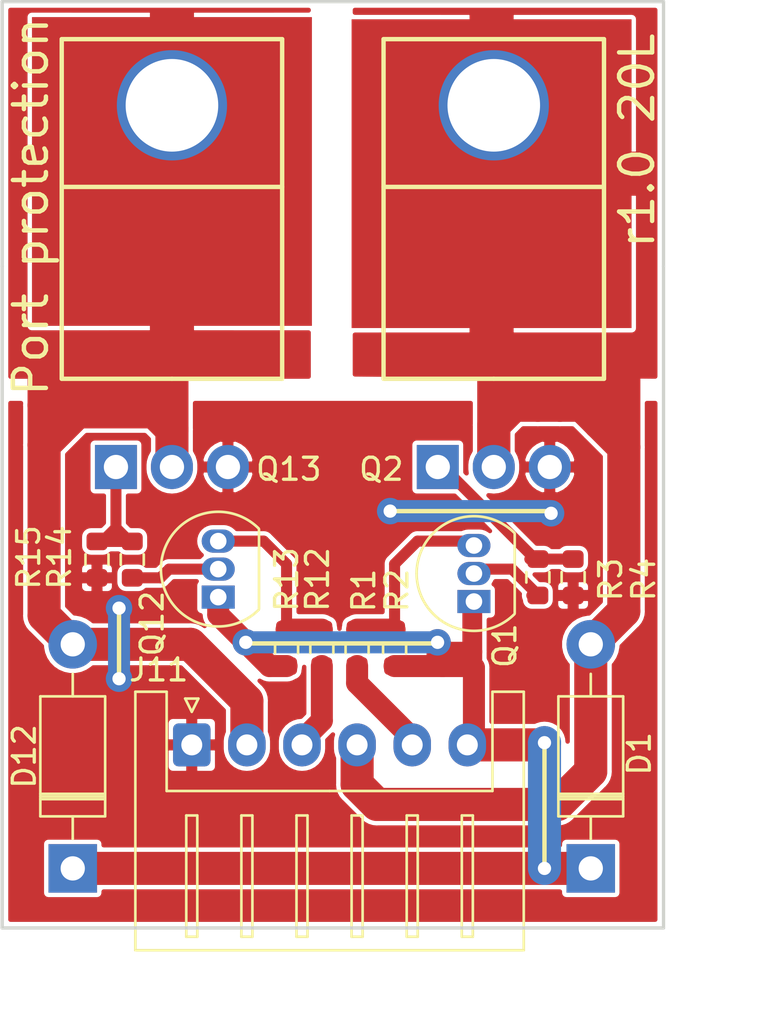
<source format=kicad_pcb>
(kicad_pcb (version 20171130) (host pcbnew "(5.1.7)-1")

  (general
    (thickness 1.6)
    (drawings 22)
    (tracks 107)
    (zones 0)
    (modules 15)
    (nets 13)
  )

  (page A4)
  (layers
    (0 F.Cu signal)
    (31 B.Cu signal)
    (32 B.Adhes user)
    (33 F.Adhes user)
    (34 B.Paste user)
    (35 F.Paste user)
    (36 B.SilkS user)
    (37 F.SilkS user)
    (38 B.Mask user)
    (39 F.Mask user)
    (40 Dwgs.User user)
    (41 Cmts.User user)
    (42 Eco1.User user)
    (43 Eco2.User user)
    (44 Edge.Cuts user)
    (45 Margin user)
    (46 B.CrtYd user)
    (47 F.CrtYd user)
    (48 B.Fab user)
    (49 F.Fab user)
  )

  (setup
    (last_trace_width 0.25)
    (user_trace_width 0.2)
    (user_trace_width 0.3)
    (user_trace_width 0.4)
    (user_trace_width 0.5)
    (user_trace_width 0.6)
    (user_trace_width 0.7)
    (user_trace_width 0.8)
    (user_trace_width 0.9)
    (user_trace_width 1)
    (user_trace_width 1.1)
    (user_trace_width 1.2)
    (user_trace_width 1.3)
    (user_trace_width 1.4)
    (user_trace_width 1.5)
    (user_trace_width 2)
    (user_trace_width 2.5)
    (user_trace_width 3)
    (trace_clearance 0.2)
    (zone_clearance 0.2)
    (zone_45_only no)
    (trace_min 0.2)
    (via_size 0.8)
    (via_drill 0.4)
    (via_min_size 0.4)
    (via_min_drill 0.3)
    (user_via 1.2 0.6)
    (uvia_size 0.3)
    (uvia_drill 0.1)
    (uvias_allowed no)
    (uvia_min_size 0.2)
    (uvia_min_drill 0.1)
    (edge_width 0.05)
    (segment_width 0.2)
    (pcb_text_width 0.3)
    (pcb_text_size 1.5 1.5)
    (mod_edge_width 0.12)
    (mod_text_size 1 1)
    (mod_text_width 0.15)
    (pad_size 1.524 1.524)
    (pad_drill 0.762)
    (pad_to_mask_clearance 0)
    (aux_axis_origin 0 0)
    (visible_elements 7FFFFFFF)
    (pcbplotparams
      (layerselection 0x00080_7ffffffe)
      (usegerberextensions false)
      (usegerberattributes false)
      (usegerberadvancedattributes false)
      (creategerberjobfile false)
      (excludeedgelayer true)
      (linewidth 0.100000)
      (plotframeref false)
      (viasonmask false)
      (mode 1)
      (useauxorigin true)
      (hpglpennumber 1)
      (hpglpenspeed 20)
      (hpglpendiameter 15.000000)
      (psnegative false)
      (psa4output false)
      (plotreference true)
      (plotvalue true)
      (plotinvisibletext false)
      (padsonsilk false)
      (subtractmaskfromsilk true)
      (outputformat 1)
      (mirror false)
      (drillshape 0)
      (scaleselection 1)
      (outputdirectory "C:/Users/bpss-/Desktop/新しいフォルダー/"))
  )

  (net 0 "")
  (net 1 +24V)
  (net 2 "Net-(Q12-Pad3)")
  (net 3 "Net-(Q12-Pad2)")
  (net 4 GND)
  (net 5 "Net-(Q13-Pad1)")
  (net 6 "Net-(Q1-Pad3)")
  (net 7 "Net-(Q1-Pad2)")
  (net 8 "Net-(Q2-Pad1)")
  (net 9 PLC_Y012)
  (net 10 Solenoid2)
  (net 11 PLC_Y006)
  (net 12 Solenoid1)

  (net_class Default "This is the default net class."
    (clearance 0.2)
    (trace_width 0.25)
    (via_dia 0.8)
    (via_drill 0.4)
    (uvia_dia 0.3)
    (uvia_drill 0.1)
    (add_net +24V)
    (add_net GND)
    (add_net "Net-(Q1-Pad2)")
    (add_net "Net-(Q1-Pad3)")
    (add_net "Net-(Q12-Pad2)")
    (add_net "Net-(Q12-Pad3)")
    (add_net "Net-(Q13-Pad1)")
    (add_net "Net-(Q2-Pad1)")
    (add_net PLC_Y006)
    (add_net PLC_Y012)
    (add_net Solenoid1)
    (add_net Solenoid2)
  )

  (module Connector_JST:JST_XH_S6B-XH-A_1x06_P2.50mm_Horizontal (layer F.Cu) (tedit 5C281475) (tstamp 5FE51C36)
    (at 93.6 99.7)
    (descr "JST XH series connector, S6B-XH-A (http://www.jst-mfg.com/product/pdf/eng/eXH.pdf), generated with kicad-footprint-generator")
    (tags "connector JST XH horizontal")
    (path /5FE4D6A7)
    (fp_text reference J11 (at -1.5 -3.4) (layer F.SilkS)
      (effects (font (size 1 1) (thickness 0.15)))
    )
    (fp_text value Conn_01x06 (at 6.25 10.4) (layer F.Fab)
      (effects (font (size 1 1) (thickness 0.15)))
    )
    (fp_line (start 0 1.2) (end 0.625 2.2) (layer F.Fab) (width 0.1))
    (fp_line (start -0.625 2.2) (end 0 1.2) (layer F.Fab) (width 0.1))
    (fp_line (start 0.3 -2.1) (end 0 -1.5) (layer F.SilkS) (width 0.12))
    (fp_line (start -0.3 -2.1) (end 0.3 -2.1) (layer F.SilkS) (width 0.12))
    (fp_line (start 0 -1.5) (end -0.3 -2.1) (layer F.SilkS) (width 0.12))
    (fp_line (start 12.75 3.2) (end 12.25 3.2) (layer F.SilkS) (width 0.12))
    (fp_line (start 12.75 8.7) (end 12.75 3.2) (layer F.SilkS) (width 0.12))
    (fp_line (start 12.25 8.7) (end 12.75 8.7) (layer F.SilkS) (width 0.12))
    (fp_line (start 12.25 3.2) (end 12.25 8.7) (layer F.SilkS) (width 0.12))
    (fp_line (start 10.25 3.2) (end 9.75 3.2) (layer F.SilkS) (width 0.12))
    (fp_line (start 10.25 8.7) (end 10.25 3.2) (layer F.SilkS) (width 0.12))
    (fp_line (start 9.75 8.7) (end 10.25 8.7) (layer F.SilkS) (width 0.12))
    (fp_line (start 9.75 3.2) (end 9.75 8.7) (layer F.SilkS) (width 0.12))
    (fp_line (start 7.75 3.2) (end 7.25 3.2) (layer F.SilkS) (width 0.12))
    (fp_line (start 7.75 8.7) (end 7.75 3.2) (layer F.SilkS) (width 0.12))
    (fp_line (start 7.25 8.7) (end 7.75 8.7) (layer F.SilkS) (width 0.12))
    (fp_line (start 7.25 3.2) (end 7.25 8.7) (layer F.SilkS) (width 0.12))
    (fp_line (start 5.25 3.2) (end 4.75 3.2) (layer F.SilkS) (width 0.12))
    (fp_line (start 5.25 8.7) (end 5.25 3.2) (layer F.SilkS) (width 0.12))
    (fp_line (start 4.75 8.7) (end 5.25 8.7) (layer F.SilkS) (width 0.12))
    (fp_line (start 4.75 3.2) (end 4.75 8.7) (layer F.SilkS) (width 0.12))
    (fp_line (start 2.75 3.2) (end 2.25 3.2) (layer F.SilkS) (width 0.12))
    (fp_line (start 2.75 8.7) (end 2.75 3.2) (layer F.SilkS) (width 0.12))
    (fp_line (start 2.25 8.7) (end 2.75 8.7) (layer F.SilkS) (width 0.12))
    (fp_line (start 2.25 3.2) (end 2.25 8.7) (layer F.SilkS) (width 0.12))
    (fp_line (start 0.25 3.2) (end -0.25 3.2) (layer F.SilkS) (width 0.12))
    (fp_line (start 0.25 8.7) (end 0.25 3.2) (layer F.SilkS) (width 0.12))
    (fp_line (start -0.25 8.7) (end 0.25 8.7) (layer F.SilkS) (width 0.12))
    (fp_line (start -0.25 3.2) (end -0.25 8.7) (layer F.SilkS) (width 0.12))
    (fp_line (start 13.75 2.2) (end 6.25 2.2) (layer F.Fab) (width 0.1))
    (fp_line (start 13.75 -2.3) (end 13.75 2.2) (layer F.Fab) (width 0.1))
    (fp_line (start 14.95 -2.3) (end 13.75 -2.3) (layer F.Fab) (width 0.1))
    (fp_line (start 14.95 9.2) (end 14.95 -2.3) (layer F.Fab) (width 0.1))
    (fp_line (start 6.25 9.2) (end 14.95 9.2) (layer F.Fab) (width 0.1))
    (fp_line (start -1.25 2.2) (end 6.25 2.2) (layer F.Fab) (width 0.1))
    (fp_line (start -1.25 -2.3) (end -1.25 2.2) (layer F.Fab) (width 0.1))
    (fp_line (start -2.45 -2.3) (end -1.25 -2.3) (layer F.Fab) (width 0.1))
    (fp_line (start -2.45 9.2) (end -2.45 -2.3) (layer F.Fab) (width 0.1))
    (fp_line (start 6.25 9.2) (end -2.45 9.2) (layer F.Fab) (width 0.1))
    (fp_line (start 13.64 2.09) (end 6.25 2.09) (layer F.SilkS) (width 0.12))
    (fp_line (start 13.64 -2.41) (end 13.64 2.09) (layer F.SilkS) (width 0.12))
    (fp_line (start 15.06 -2.41) (end 13.64 -2.41) (layer F.SilkS) (width 0.12))
    (fp_line (start 15.06 9.31) (end 15.06 -2.41) (layer F.SilkS) (width 0.12))
    (fp_line (start 6.25 9.31) (end 15.06 9.31) (layer F.SilkS) (width 0.12))
    (fp_line (start -1.14 2.09) (end 6.25 2.09) (layer F.SilkS) (width 0.12))
    (fp_line (start -1.14 -2.41) (end -1.14 2.09) (layer F.SilkS) (width 0.12))
    (fp_line (start -2.56 -2.41) (end -1.14 -2.41) (layer F.SilkS) (width 0.12))
    (fp_line (start -2.56 9.31) (end -2.56 -2.41) (layer F.SilkS) (width 0.12))
    (fp_line (start 6.25 9.31) (end -2.56 9.31) (layer F.SilkS) (width 0.12))
    (fp_line (start 15.45 -2.8) (end -2.95 -2.8) (layer F.CrtYd) (width 0.05))
    (fp_line (start 15.45 9.7) (end 15.45 -2.8) (layer F.CrtYd) (width 0.05))
    (fp_line (start -2.95 9.7) (end 15.45 9.7) (layer F.CrtYd) (width 0.05))
    (fp_line (start -2.95 -2.8) (end -2.95 9.7) (layer F.CrtYd) (width 0.05))
    (fp_text user %R (at 6.25 3.45) (layer F.Fab)
      (effects (font (size 1 1) (thickness 0.15)))
    )
    (pad 6 thru_hole oval (at 12.5 0) (size 1.7 1.95) (drill 0.95) (layers *.Cu *.Mask)
      (net 1 +24V))
    (pad 5 thru_hole oval (at 10 0) (size 1.7 1.95) (drill 0.95) (layers *.Cu *.Mask)
      (net 9 PLC_Y012))
    (pad 4 thru_hole oval (at 7.5 0) (size 1.7 1.95) (drill 0.95) (layers *.Cu *.Mask)
      (net 10 Solenoid2))
    (pad 3 thru_hole oval (at 5 0) (size 1.7 1.95) (drill 0.95) (layers *.Cu *.Mask)
      (net 11 PLC_Y006))
    (pad 2 thru_hole oval (at 2.5 0) (size 1.7 1.95) (drill 0.95) (layers *.Cu *.Mask)
      (net 12 Solenoid1))
    (pad 1 thru_hole roundrect (at 0 0) (size 1.7 1.95) (drill 0.95) (layers *.Cu *.Mask) (roundrect_rratio 0.1470588235294118)
      (net 4 GND))
    (model ${KISYS3DMOD}/Connector_JST.3dshapes/JST_XH_S6B-XH-A_1x06_P2.50mm_Horizontal.wrl
      (at (xyz 0 0 0))
      (scale (xyz 1 1 1))
      (rotate (xyz 0 0 0))
    )
  )

  (module CapSorting:IRLB8721PBF-2 (layer F.Cu) (tedit 5FE4B10C) (tstamp 5FE36762)
    (at 92.7 87.1)
    (path /5FE464D4)
    (fp_text reference Q13 (at 5.3 0.1) (layer F.SilkS)
      (effects (font (size 1 1) (thickness 0.15)))
    )
    (fp_text value IRLB8721PBF (at 0.175 -3.45) (layer F.Fab)
      (effects (font (size 1 1) (thickness 0.15)))
    )
    (fp_line (start 5 -19.4) (end -5 -19.4) (layer F.SilkS) (width 0.2))
    (fp_line (start -2.54 0) (end -2.54 -4) (layer Eco1.User) (width 0.12))
    (fp_line (start 0 0) (end 0 -4) (layer Eco1.User) (width 0.12))
    (fp_line (start 2.54 0) (end 2.54 -4) (layer Eco1.User) (width 0.12))
    (fp_line (start 0 -4) (end -5 -4) (layer F.SilkS) (width 0.2))
    (fp_line (start 0 -4) (end 5 -4) (layer F.SilkS) (width 0.2))
    (fp_line (start -5 -4) (end -5 -19.4) (layer F.SilkS) (width 0.2))
    (fp_line (start 5 -4) (end 5 -19.4) (layer F.SilkS) (width 0.2))
    (fp_line (start 5 -12.7) (end -5 -12.7) (layer F.SilkS) (width 0.2))
    (pad 2 thru_hole circle (at 0 -16.4) (size 5 5) (drill 4.2) (layers *.Cu *.Mask)
      (net 12 Solenoid1))
    (pad 1 thru_hole rect (at -2.54 0) (size 1.905 2) (drill 1.1) (layers *.Cu *.Mask)
      (net 5 "Net-(Q13-Pad1)"))
    (pad 3 thru_hole oval (at 2.54 0) (size 1.905 2) (drill 1.1) (layers *.Cu *.Mask)
      (net 4 GND))
    (pad 2 thru_hole oval (at 0 0) (size 1.905 2) (drill 1.1) (layers *.Cu *.Mask)
      (net 12 Solenoid1))
    (pad 2 smd rect (at 0 -13.4) (size 12.7 14) (layers F.Cu F.Paste F.Mask)
      (net 12 Solenoid1))
  )

  (module CapSorting:IRLB8721PBF-2 (layer F.Cu) (tedit 5FE4B0B1) (tstamp 5FE367AD)
    (at 107.3 87.1)
    (path /5FE44DFD)
    (fp_text reference Q2 (at -5.1 0.1) (layer F.SilkS)
      (effects (font (size 1 1) (thickness 0.15)))
    )
    (fp_text value IRLB8721PBF (at 0.425 -3.5) (layer F.Fab)
      (effects (font (size 1 1) (thickness 0.15)))
    )
    (fp_line (start 5 -19.4) (end -5 -19.4) (layer F.SilkS) (width 0.2))
    (fp_line (start -2.54 0) (end -2.54 -4) (layer Eco1.User) (width 0.12))
    (fp_line (start 0 0) (end 0 -4) (layer Eco1.User) (width 0.12))
    (fp_line (start 2.54 0) (end 2.54 -4) (layer Eco1.User) (width 0.12))
    (fp_line (start 0 -4) (end -5 -4) (layer F.SilkS) (width 0.2))
    (fp_line (start 0 -4) (end 5 -4) (layer F.SilkS) (width 0.2))
    (fp_line (start -5 -4) (end -5 -19.4) (layer F.SilkS) (width 0.2))
    (fp_line (start 5 -4) (end 5 -19.4) (layer F.SilkS) (width 0.2))
    (fp_line (start 5 -12.7) (end -5 -12.7) (layer F.SilkS) (width 0.2))
    (pad 2 thru_hole circle (at 0 -16.4) (size 5 5) (drill 4.2) (layers *.Cu *.Mask)
      (net 10 Solenoid2))
    (pad 1 thru_hole rect (at -2.54 0) (size 1.905 2) (drill 1.1) (layers *.Cu *.Mask)
      (net 8 "Net-(Q2-Pad1)"))
    (pad 3 thru_hole oval (at 2.54 0) (size 1.905 2) (drill 1.1) (layers *.Cu *.Mask)
      (net 4 GND))
    (pad 2 thru_hole oval (at 0 0) (size 1.905 2) (drill 1.1) (layers *.Cu *.Mask)
      (net 10 Solenoid2))
    (pad 2 smd rect (at -0.1 -13.3) (size 12.7 14) (layers F.Cu F.Paste F.Mask)
      (net 10 Solenoid2))
  )

  (module Resistor_SMD:R_0603_1608Metric (layer F.Cu) (tedit 5F68FEEE) (tstamp 5FE3681F)
    (at 110.9 92.1 270)
    (descr "Resistor SMD 0603 (1608 Metric), square (rectangular) end terminal, IPC_7351 nominal, (Body size source: IPC-SM-782 page 72, https://www.pcb-3d.com/wordpress/wp-content/uploads/ipc-sm-782a_amendment_1_and_2.pdf), generated with kicad-footprint-generator")
    (tags resistor)
    (path /5FE44DEE)
    (attr smd)
    (fp_text reference R4 (at 0.1 -3.2 270) (layer F.SilkS)
      (effects (font (size 1 1) (thickness 0.15)))
    )
    (fp_text value 22k (at 0.025 -3.125 270) (layer F.Fab)
      (effects (font (size 1 1) (thickness 0.15)))
    )
    (fp_line (start 1.48 0.73) (end -1.48 0.73) (layer F.CrtYd) (width 0.05))
    (fp_line (start 1.48 -0.73) (end 1.48 0.73) (layer F.CrtYd) (width 0.05))
    (fp_line (start -1.48 -0.73) (end 1.48 -0.73) (layer F.CrtYd) (width 0.05))
    (fp_line (start -1.48 0.73) (end -1.48 -0.73) (layer F.CrtYd) (width 0.05))
    (fp_line (start -0.237258 0.5225) (end 0.237258 0.5225) (layer F.SilkS) (width 0.12))
    (fp_line (start -0.237258 -0.5225) (end 0.237258 -0.5225) (layer F.SilkS) (width 0.12))
    (fp_line (start 0.8 0.4125) (end -0.8 0.4125) (layer F.Fab) (width 0.1))
    (fp_line (start 0.8 -0.4125) (end 0.8 0.4125) (layer F.Fab) (width 0.1))
    (fp_line (start -0.8 -0.4125) (end 0.8 -0.4125) (layer F.Fab) (width 0.1))
    (fp_line (start -0.8 0.4125) (end -0.8 -0.4125) (layer F.Fab) (width 0.1))
    (fp_text user %R (at 0 0 270) (layer F.Fab)
      (effects (font (size 0.4 0.4) (thickness 0.06)))
    )
    (pad 1 smd roundrect (at -0.825 0 270) (size 0.8 0.95) (layers F.Cu F.Paste F.Mask) (roundrect_rratio 0.25)
      (net 8 "Net-(Q2-Pad1)"))
    (pad 2 smd roundrect (at 0.825 0 270) (size 0.8 0.95) (layers F.Cu F.Paste F.Mask) (roundrect_rratio 0.25)
      (net 4 GND))
    (model ${KISYS3DMOD}/Resistor_SMD.3dshapes/R_0603_1608Metric.wrl
      (at (xyz 0 0 0))
      (scale (xyz 1 1 1))
      (rotate (xyz 0 0 0))
    )
  )

  (module Resistor_SMD:R_0603_1608Metric (layer F.Cu) (tedit 5F68FEEE) (tstamp 5FE36882)
    (at 109.3 92.1 270)
    (descr "Resistor SMD 0603 (1608 Metric), square (rectangular) end terminal, IPC_7351 nominal, (Body size source: IPC-SM-782 page 72, https://www.pcb-3d.com/wordpress/wp-content/uploads/ipc-sm-782a_amendment_1_and_2.pdf), generated with kicad-footprint-generator")
    (tags resistor)
    (path /5FE44DE8)
    (attr smd)
    (fp_text reference R3 (at 0.1 -3.3 270) (layer F.SilkS)
      (effects (font (size 1 1) (thickness 0.15)))
    )
    (fp_text value 10k (at 0.025 -3.225 270) (layer F.Fab)
      (effects (font (size 1 1) (thickness 0.15)))
    )
    (fp_line (start -0.8 0.4125) (end -0.8 -0.4125) (layer F.Fab) (width 0.1))
    (fp_line (start -0.8 -0.4125) (end 0.8 -0.4125) (layer F.Fab) (width 0.1))
    (fp_line (start 0.8 -0.4125) (end 0.8 0.4125) (layer F.Fab) (width 0.1))
    (fp_line (start 0.8 0.4125) (end -0.8 0.4125) (layer F.Fab) (width 0.1))
    (fp_line (start -0.237258 -0.5225) (end 0.237258 -0.5225) (layer F.SilkS) (width 0.12))
    (fp_line (start -0.237258 0.5225) (end 0.237258 0.5225) (layer F.SilkS) (width 0.12))
    (fp_line (start -1.48 0.73) (end -1.48 -0.73) (layer F.CrtYd) (width 0.05))
    (fp_line (start -1.48 -0.73) (end 1.48 -0.73) (layer F.CrtYd) (width 0.05))
    (fp_line (start 1.48 -0.73) (end 1.48 0.73) (layer F.CrtYd) (width 0.05))
    (fp_line (start 1.48 0.73) (end -1.48 0.73) (layer F.CrtYd) (width 0.05))
    (fp_text user %R (at 0 0 270) (layer F.Fab)
      (effects (font (size 0.4 0.4) (thickness 0.06)))
    )
    (pad 2 smd roundrect (at 0.825 0 270) (size 0.8 0.95) (layers F.Cu F.Paste F.Mask) (roundrect_rratio 0.25)
      (net 7 "Net-(Q1-Pad2)"))
    (pad 1 smd roundrect (at -0.825 0 270) (size 0.8 0.95) (layers F.Cu F.Paste F.Mask) (roundrect_rratio 0.25)
      (net 8 "Net-(Q2-Pad1)"))
    (model ${KISYS3DMOD}/Resistor_SMD.3dshapes/R_0603_1608Metric.wrl
      (at (xyz 0 0 0))
      (scale (xyz 1 1 1))
      (rotate (xyz 0 0 0))
    )
  )

  (module Resistor_SMD:R_0603_1608Metric (layer F.Cu) (tedit 5F68FEEE) (tstamp 5FE368B2)
    (at 102.8 95.3 90)
    (descr "Resistor SMD 0603 (1608 Metric), square (rectangular) end terminal, IPC_7351 nominal, (Body size source: IPC-SM-782 page 72, https://www.pcb-3d.com/wordpress/wp-content/uploads/ipc-sm-782a_amendment_1_and_2.pdf), generated with kicad-footprint-generator")
    (tags resistor)
    (path /5FE44DD6)
    (attr smd)
    (fp_text reference R2 (at 2.6 0.1 90) (layer F.SilkS)
      (effects (font (size 1 1) (thickness 0.15)))
    )
    (fp_text value 47k (at 3.075 0.125 90) (layer F.Fab)
      (effects (font (size 1 1) (thickness 0.15)))
    )
    (fp_line (start -0.8 0.4125) (end -0.8 -0.4125) (layer F.Fab) (width 0.1))
    (fp_line (start -0.8 -0.4125) (end 0.8 -0.4125) (layer F.Fab) (width 0.1))
    (fp_line (start 0.8 -0.4125) (end 0.8 0.4125) (layer F.Fab) (width 0.1))
    (fp_line (start 0.8 0.4125) (end -0.8 0.4125) (layer F.Fab) (width 0.1))
    (fp_line (start -0.237258 -0.5225) (end 0.237258 -0.5225) (layer F.SilkS) (width 0.12))
    (fp_line (start -0.237258 0.5225) (end 0.237258 0.5225) (layer F.SilkS) (width 0.12))
    (fp_line (start -1.48 0.73) (end -1.48 -0.73) (layer F.CrtYd) (width 0.05))
    (fp_line (start -1.48 -0.73) (end 1.48 -0.73) (layer F.CrtYd) (width 0.05))
    (fp_line (start 1.48 -0.73) (end 1.48 0.73) (layer F.CrtYd) (width 0.05))
    (fp_line (start 1.48 0.73) (end -1.48 0.73) (layer F.CrtYd) (width 0.05))
    (fp_text user %R (at 0 0 90) (layer F.Fab)
      (effects (font (size 0.4 0.4) (thickness 0.06)))
    )
    (pad 2 smd roundrect (at 0.825 0 90) (size 0.8 0.95) (layers F.Cu F.Paste F.Mask) (roundrect_rratio 0.25)
      (net 6 "Net-(Q1-Pad3)"))
    (pad 1 smd roundrect (at -0.825 0 90) (size 0.8 0.95) (layers F.Cu F.Paste F.Mask) (roundrect_rratio 0.25)
      (net 1 +24V))
    (model ${KISYS3DMOD}/Resistor_SMD.3dshapes/R_0603_1608Metric.wrl
      (at (xyz 0 0 0))
      (scale (xyz 1 1 1))
      (rotate (xyz 0 0 0))
    )
  )

  (module Resistor_SMD:R_0603_1608Metric (layer F.Cu) (tedit 5F68FEEE) (tstamp 5FE36912)
    (at 101.1 95.3 270)
    (descr "Resistor SMD 0603 (1608 Metric), square (rectangular) end terminal, IPC_7351 nominal, (Body size source: IPC-SM-782 page 72, https://www.pcb-3d.com/wordpress/wp-content/uploads/ipc-sm-782a_amendment_1_and_2.pdf), generated with kicad-footprint-generator")
    (tags resistor)
    (path /5FE44DDC)
    (attr smd)
    (fp_text reference R1 (at -2.6 -0.3 90) (layer F.SilkS)
      (effects (font (size 1 1) (thickness 0.15)))
    )
    (fp_text value 10k (at -3.2 1.65 90) (layer F.Fab)
      (effects (font (size 1 1) (thickness 0.15)))
    )
    (fp_line (start -0.8 0.4125) (end -0.8 -0.4125) (layer F.Fab) (width 0.1))
    (fp_line (start -0.8 -0.4125) (end 0.8 -0.4125) (layer F.Fab) (width 0.1))
    (fp_line (start 0.8 -0.4125) (end 0.8 0.4125) (layer F.Fab) (width 0.1))
    (fp_line (start 0.8 0.4125) (end -0.8 0.4125) (layer F.Fab) (width 0.1))
    (fp_line (start -0.237258 -0.5225) (end 0.237258 -0.5225) (layer F.SilkS) (width 0.12))
    (fp_line (start -0.237258 0.5225) (end 0.237258 0.5225) (layer F.SilkS) (width 0.12))
    (fp_line (start -1.48 0.73) (end -1.48 -0.73) (layer F.CrtYd) (width 0.05))
    (fp_line (start -1.48 -0.73) (end 1.48 -0.73) (layer F.CrtYd) (width 0.05))
    (fp_line (start 1.48 -0.73) (end 1.48 0.73) (layer F.CrtYd) (width 0.05))
    (fp_line (start 1.48 0.73) (end -1.48 0.73) (layer F.CrtYd) (width 0.05))
    (fp_text user %R (at 0 0 90) (layer F.Fab)
      (effects (font (size 0.4 0.4) (thickness 0.06)))
    )
    (pad 2 smd roundrect (at 0.825 0 270) (size 0.8 0.95) (layers F.Cu F.Paste F.Mask) (roundrect_rratio 0.25)
      (net 9 PLC_Y012))
    (pad 1 smd roundrect (at -0.825 0 270) (size 0.8 0.95) (layers F.Cu F.Paste F.Mask) (roundrect_rratio 0.25)
      (net 6 "Net-(Q1-Pad3)"))
    (model ${KISYS3DMOD}/Resistor_SMD.3dshapes/R_0603_1608Metric.wrl
      (at (xyz 0 0 0))
      (scale (xyz 1 1 1))
      (rotate (xyz 0 0 0))
    )
  )

  (module Package_TO_SOT_THT:TO-92_Inline (layer F.Cu) (tedit 5A1DD157) (tstamp 5FE589D8)
    (at 106.4 93.2 90)
    (descr "TO-92 leads in-line, narrow, oval pads, drill 0.75mm (see NXP sot054_po.pdf)")
    (tags "to-92 sc-43 sc-43a sot54 PA33 transistor")
    (path /5FE44DD0)
    (fp_text reference Q1 (at -2 1.4 90) (layer F.SilkS)
      (effects (font (size 1 1) (thickness 0.15)))
    )
    (fp_text value 2SA1015 (at -2.6 0.6 180) (layer F.Fab)
      (effects (font (size 1 1) (thickness 0.15)))
    )
    (fp_line (start -0.53 1.85) (end 3.07 1.85) (layer F.SilkS) (width 0.12))
    (fp_line (start -0.5 1.75) (end 3 1.75) (layer F.Fab) (width 0.1))
    (fp_line (start -1.46 -2.73) (end 4 -2.73) (layer F.CrtYd) (width 0.05))
    (fp_line (start -1.46 -2.73) (end -1.46 2.01) (layer F.CrtYd) (width 0.05))
    (fp_line (start 4 2.01) (end 4 -2.73) (layer F.CrtYd) (width 0.05))
    (fp_line (start 4 2.01) (end -1.46 2.01) (layer F.CrtYd) (width 0.05))
    (fp_arc (start 1.27 0) (end 1.27 -2.6) (angle 135) (layer F.SilkS) (width 0.12))
    (fp_arc (start 1.27 0) (end 1.27 -2.48) (angle -135) (layer F.Fab) (width 0.1))
    (fp_arc (start 1.27 0) (end 1.27 -2.6) (angle -135) (layer F.SilkS) (width 0.12))
    (fp_arc (start 1.27 0) (end 1.27 -2.48) (angle 135) (layer F.Fab) (width 0.1))
    (fp_text user %R (at 1.27 0 90) (layer F.Fab)
      (effects (font (size 1 1) (thickness 0.15)))
    )
    (pad 1 thru_hole rect (at 0 0 90) (size 1.05 1.5) (drill 0.75) (layers *.Cu *.Mask)
      (net 1 +24V))
    (pad 3 thru_hole oval (at 2.54 0 90) (size 1.05 1.5) (drill 0.75) (layers *.Cu *.Mask)
      (net 6 "Net-(Q1-Pad3)"))
    (pad 2 thru_hole oval (at 1.27 0 90) (size 1.05 1.5) (drill 0.75) (layers *.Cu *.Mask)
      (net 7 "Net-(Q1-Pad2)"))
    (model ${KISYS3DMOD}/Package_TO_SOT_THT.3dshapes/TO-92_Inline.wrl
      (at (xyz 0 0 0))
      (scale (xyz 1 1 1))
      (rotate (xyz 0 0 0))
    )
  )

  (module Diode_THT:D_DO-41_SOD81_P10.16mm_Horizontal (layer F.Cu) (tedit 5AE50CD5) (tstamp 5FE36BF4)
    (at 111.7 105.3 90)
    (descr "Diode, DO-41_SOD81 series, Axial, Horizontal, pin pitch=10.16mm, , length*diameter=5.2*2.7mm^2, , http://www.diodes.com/_files/packages/DO-41%20(Plastic).pdf")
    (tags "Diode DO-41_SOD81 series Axial Horizontal pin pitch 10.16mm  length 5.2mm diameter 2.7mm")
    (path /5FE44E1A)
    (fp_text reference D1 (at 5.2 2.2 90) (layer F.SilkS)
      (effects (font (size 1 1) (thickness 0.15)))
    )
    (fp_text value 1N4003 (at 5.08 2.47 90) (layer F.Fab)
      (effects (font (size 1 1) (thickness 0.15)))
    )
    (fp_line (start 2.48 -1.35) (end 2.48 1.35) (layer F.Fab) (width 0.1))
    (fp_line (start 2.48 1.35) (end 7.68 1.35) (layer F.Fab) (width 0.1))
    (fp_line (start 7.68 1.35) (end 7.68 -1.35) (layer F.Fab) (width 0.1))
    (fp_line (start 7.68 -1.35) (end 2.48 -1.35) (layer F.Fab) (width 0.1))
    (fp_line (start 0 0) (end 2.48 0) (layer F.Fab) (width 0.1))
    (fp_line (start 10.16 0) (end 7.68 0) (layer F.Fab) (width 0.1))
    (fp_line (start 3.26 -1.35) (end 3.26 1.35) (layer F.Fab) (width 0.1))
    (fp_line (start 3.36 -1.35) (end 3.36 1.35) (layer F.Fab) (width 0.1))
    (fp_line (start 3.16 -1.35) (end 3.16 1.35) (layer F.Fab) (width 0.1))
    (fp_line (start 2.36 -1.47) (end 2.36 1.47) (layer F.SilkS) (width 0.12))
    (fp_line (start 2.36 1.47) (end 7.8 1.47) (layer F.SilkS) (width 0.12))
    (fp_line (start 7.8 1.47) (end 7.8 -1.47) (layer F.SilkS) (width 0.12))
    (fp_line (start 7.8 -1.47) (end 2.36 -1.47) (layer F.SilkS) (width 0.12))
    (fp_line (start 1.34 0) (end 2.36 0) (layer F.SilkS) (width 0.12))
    (fp_line (start 8.82 0) (end 7.8 0) (layer F.SilkS) (width 0.12))
    (fp_line (start 3.26 -1.47) (end 3.26 1.47) (layer F.SilkS) (width 0.12))
    (fp_line (start 3.38 -1.47) (end 3.38 1.47) (layer F.SilkS) (width 0.12))
    (fp_line (start 3.14 -1.47) (end 3.14 1.47) (layer F.SilkS) (width 0.12))
    (fp_line (start -1.35 -1.6) (end -1.35 1.6) (layer F.CrtYd) (width 0.05))
    (fp_line (start -1.35 1.6) (end 11.51 1.6) (layer F.CrtYd) (width 0.05))
    (fp_line (start 11.51 1.6) (end 11.51 -1.6) (layer F.CrtYd) (width 0.05))
    (fp_line (start 11.51 -1.6) (end -1.35 -1.6) (layer F.CrtYd) (width 0.05))
    (fp_text user K (at 0 -2.1 90) (layer F.Fab)
      (effects (font (size 1 1) (thickness 0.15)))
    )
    (fp_text user %R (at 5.47 0 90) (layer F.Fab)
      (effects (font (size 1 1) (thickness 0.15)))
    )
    (pad 2 thru_hole oval (at 10.16 0 90) (size 2.2 2.2) (drill 1.1) (layers *.Cu *.Mask)
      (net 10 Solenoid2))
    (pad 1 thru_hole rect (at 0 0 90) (size 2.2 2.2) (drill 1.1) (layers *.Cu *.Mask)
      (net 1 +24V))
    (model ${KISYS3DMOD}/Diode_THT.3dshapes/D_DO-41_SOD81_P10.16mm_Horizontal.wrl
      (at (xyz 0 0 0))
      (scale (xyz 1 1 1))
      (rotate (xyz 0 0 0))
    )
  )

  (module Resistor_SMD:R_0603_1608Metric (layer F.Cu) (tedit 5F68FEEE) (tstamp 5FE367EF)
    (at 89.3 91.3 270)
    (descr "Resistor SMD 0603 (1608 Metric), square (rectangular) end terminal, IPC_7351 nominal, (Body size source: IPC-SM-782 page 72, https://www.pcb-3d.com/wordpress/wp-content/uploads/ipc-sm-782a_amendment_1_and_2.pdf), generated with kicad-footprint-generator")
    (tags resistor)
    (path /5FE464C5)
    (attr smd)
    (fp_text reference R15 (at -0.1 3.1 90) (layer F.SilkS)
      (effects (font (size 1 1) (thickness 0.15)))
    )
    (fp_text value 22k (at -0.025 3.125 90) (layer F.Fab)
      (effects (font (size 1 1) (thickness 0.15)))
    )
    (fp_line (start -0.8 0.4125) (end -0.8 -0.4125) (layer F.Fab) (width 0.1))
    (fp_line (start -0.8 -0.4125) (end 0.8 -0.4125) (layer F.Fab) (width 0.1))
    (fp_line (start 0.8 -0.4125) (end 0.8 0.4125) (layer F.Fab) (width 0.1))
    (fp_line (start 0.8 0.4125) (end -0.8 0.4125) (layer F.Fab) (width 0.1))
    (fp_line (start -0.237258 -0.5225) (end 0.237258 -0.5225) (layer F.SilkS) (width 0.12))
    (fp_line (start -0.237258 0.5225) (end 0.237258 0.5225) (layer F.SilkS) (width 0.12))
    (fp_line (start -1.48 0.73) (end -1.48 -0.73) (layer F.CrtYd) (width 0.05))
    (fp_line (start -1.48 -0.73) (end 1.48 -0.73) (layer F.CrtYd) (width 0.05))
    (fp_line (start 1.48 -0.73) (end 1.48 0.73) (layer F.CrtYd) (width 0.05))
    (fp_line (start 1.48 0.73) (end -1.48 0.73) (layer F.CrtYd) (width 0.05))
    (fp_text user %R (at 0 0 90) (layer F.Fab)
      (effects (font (size 0.4 0.4) (thickness 0.06)))
    )
    (pad 2 smd roundrect (at 0.825 0 270) (size 0.8 0.95) (layers F.Cu F.Paste F.Mask) (roundrect_rratio 0.25)
      (net 4 GND))
    (pad 1 smd roundrect (at -0.825 0 270) (size 0.8 0.95) (layers F.Cu F.Paste F.Mask) (roundrect_rratio 0.25)
      (net 5 "Net-(Q13-Pad1)"))
    (model ${KISYS3DMOD}/Resistor_SMD.3dshapes/R_0603_1608Metric.wrl
      (at (xyz 0 0 0))
      (scale (xyz 1 1 1))
      (rotate (xyz 0 0 0))
    )
  )

  (module Resistor_SMD:R_0603_1608Metric (layer F.Cu) (tedit 5F68FEEE) (tstamp 5FE4ADCB)
    (at 90.9 91.3 270)
    (descr "Resistor SMD 0603 (1608 Metric), square (rectangular) end terminal, IPC_7351 nominal, (Body size source: IPC-SM-782 page 72, https://www.pcb-3d.com/wordpress/wp-content/uploads/ipc-sm-782a_amendment_1_and_2.pdf), generated with kicad-footprint-generator")
    (tags resistor)
    (path /5FE464BF)
    (attr smd)
    (fp_text reference R14 (at -0.1 3.3 90) (layer F.SilkS)
      (effects (font (size 1 1) (thickness 0.15)))
    )
    (fp_text value 10k (at 0 3.175 90) (layer F.Fab)
      (effects (font (size 1 1) (thickness 0.15)))
    )
    (fp_line (start -0.8 0.4125) (end -0.8 -0.4125) (layer F.Fab) (width 0.1))
    (fp_line (start -0.8 -0.4125) (end 0.8 -0.4125) (layer F.Fab) (width 0.1))
    (fp_line (start 0.8 -0.4125) (end 0.8 0.4125) (layer F.Fab) (width 0.1))
    (fp_line (start 0.8 0.4125) (end -0.8 0.4125) (layer F.Fab) (width 0.1))
    (fp_line (start -0.237258 -0.5225) (end 0.237258 -0.5225) (layer F.SilkS) (width 0.12))
    (fp_line (start -0.237258 0.5225) (end 0.237258 0.5225) (layer F.SilkS) (width 0.12))
    (fp_line (start -1.48 0.73) (end -1.48 -0.73) (layer F.CrtYd) (width 0.05))
    (fp_line (start -1.48 -0.73) (end 1.48 -0.73) (layer F.CrtYd) (width 0.05))
    (fp_line (start 1.48 -0.73) (end 1.48 0.73) (layer F.CrtYd) (width 0.05))
    (fp_line (start 1.48 0.73) (end -1.48 0.73) (layer F.CrtYd) (width 0.05))
    (fp_text user %R (at 0 0 90) (layer F.Fab)
      (effects (font (size 0.4 0.4) (thickness 0.06)))
    )
    (pad 2 smd roundrect (at 0.825 0 270) (size 0.8 0.95) (layers F.Cu F.Paste F.Mask) (roundrect_rratio 0.25)
      (net 3 "Net-(Q12-Pad2)"))
    (pad 1 smd roundrect (at -0.825 0 270) (size 0.8 0.95) (layers F.Cu F.Paste F.Mask) (roundrect_rratio 0.25)
      (net 5 "Net-(Q13-Pad1)"))
    (model ${KISYS3DMOD}/Resistor_SMD.3dshapes/R_0603_1608Metric.wrl
      (at (xyz 0 0 0))
      (scale (xyz 1 1 1))
      (rotate (xyz 0 0 0))
    )
  )

  (module Resistor_SMD:R_0603_1608Metric (layer F.Cu) (tedit 5F68FEEE) (tstamp 5FE41648)
    (at 97.9 95.3 90)
    (descr "Resistor SMD 0603 (1608 Metric), square (rectangular) end terminal, IPC_7351 nominal, (Body size source: IPC-SM-782 page 72, https://www.pcb-3d.com/wordpress/wp-content/uploads/ipc-sm-782a_amendment_1_and_2.pdf), generated with kicad-footprint-generator")
    (tags resistor)
    (path /5FE464AD)
    (attr smd)
    (fp_text reference R13 (at 3.1 0 270) (layer F.SilkS)
      (effects (font (size 1 1) (thickness 0.15)))
    )
    (fp_text value 47k (at 3.125 3.25 270) (layer F.Fab)
      (effects (font (size 1 1) (thickness 0.15)))
    )
    (fp_line (start -0.8 0.4125) (end -0.8 -0.4125) (layer F.Fab) (width 0.1))
    (fp_line (start -0.8 -0.4125) (end 0.8 -0.4125) (layer F.Fab) (width 0.1))
    (fp_line (start 0.8 -0.4125) (end 0.8 0.4125) (layer F.Fab) (width 0.1))
    (fp_line (start 0.8 0.4125) (end -0.8 0.4125) (layer F.Fab) (width 0.1))
    (fp_line (start -0.237258 -0.5225) (end 0.237258 -0.5225) (layer F.SilkS) (width 0.12))
    (fp_line (start -0.237258 0.5225) (end 0.237258 0.5225) (layer F.SilkS) (width 0.12))
    (fp_line (start -1.48 0.73) (end -1.48 -0.73) (layer F.CrtYd) (width 0.05))
    (fp_line (start -1.48 -0.73) (end 1.48 -0.73) (layer F.CrtYd) (width 0.05))
    (fp_line (start 1.48 -0.73) (end 1.48 0.73) (layer F.CrtYd) (width 0.05))
    (fp_line (start 1.48 0.73) (end -1.48 0.73) (layer F.CrtYd) (width 0.05))
    (fp_text user %R (at 0 0 270) (layer F.Fab)
      (effects (font (size 0.4 0.4) (thickness 0.06)))
    )
    (pad 2 smd roundrect (at 0.825 0 90) (size 0.8 0.95) (layers F.Cu F.Paste F.Mask) (roundrect_rratio 0.25)
      (net 2 "Net-(Q12-Pad3)"))
    (pad 1 smd roundrect (at -0.825 0 90) (size 0.8 0.95) (layers F.Cu F.Paste F.Mask) (roundrect_rratio 0.25)
      (net 1 +24V))
    (model ${KISYS3DMOD}/Resistor_SMD.3dshapes/R_0603_1608Metric.wrl
      (at (xyz 0 0 0))
      (scale (xyz 1 1 1))
      (rotate (xyz 0 0 0))
    )
  )

  (module Resistor_SMD:R_0603_1608Metric (layer F.Cu) (tedit 5F68FEEE) (tstamp 5FE366F6)
    (at 99.5 95.3 270)
    (descr "Resistor SMD 0603 (1608 Metric), square (rectangular) end terminal, IPC_7351 nominal, (Body size source: IPC-SM-782 page 72, https://www.pcb-3d.com/wordpress/wp-content/uploads/ipc-sm-782a_amendment_1_and_2.pdf), generated with kicad-footprint-generator")
    (tags resistor)
    (path /5FE464B3)
    (attr smd)
    (fp_text reference R12 (at -3.1 0.2 270) (layer F.SilkS)
      (effects (font (size 1 1) (thickness 0.15)))
    )
    (fp_text value 10k (at -3.175 1.6 270) (layer F.Fab)
      (effects (font (size 1 1) (thickness 0.15)))
    )
    (fp_line (start -0.8 0.4125) (end -0.8 -0.4125) (layer F.Fab) (width 0.1))
    (fp_line (start -0.8 -0.4125) (end 0.8 -0.4125) (layer F.Fab) (width 0.1))
    (fp_line (start 0.8 -0.4125) (end 0.8 0.4125) (layer F.Fab) (width 0.1))
    (fp_line (start 0.8 0.4125) (end -0.8 0.4125) (layer F.Fab) (width 0.1))
    (fp_line (start -0.237258 -0.5225) (end 0.237258 -0.5225) (layer F.SilkS) (width 0.12))
    (fp_line (start -0.237258 0.5225) (end 0.237258 0.5225) (layer F.SilkS) (width 0.12))
    (fp_line (start -1.48 0.73) (end -1.48 -0.73) (layer F.CrtYd) (width 0.05))
    (fp_line (start -1.48 -0.73) (end 1.48 -0.73) (layer F.CrtYd) (width 0.05))
    (fp_line (start 1.48 -0.73) (end 1.48 0.73) (layer F.CrtYd) (width 0.05))
    (fp_line (start 1.48 0.73) (end -1.48 0.73) (layer F.CrtYd) (width 0.05))
    (fp_text user %R (at 0 3.184999 270) (layer F.Fab)
      (effects (font (size 0.4 0.4) (thickness 0.06)))
    )
    (pad 2 smd roundrect (at 0.825 0 270) (size 0.8 0.95) (layers F.Cu F.Paste F.Mask) (roundrect_rratio 0.25)
      (net 11 PLC_Y006))
    (pad 1 smd roundrect (at -0.825 0 270) (size 0.8 0.95) (layers F.Cu F.Paste F.Mask) (roundrect_rratio 0.25)
      (net 2 "Net-(Q12-Pad3)"))
    (model ${KISYS3DMOD}/Resistor_SMD.3dshapes/R_0603_1608Metric.wrl
      (at (xyz 0 0 0))
      (scale (xyz 1 1 1))
      (rotate (xyz 0 0 0))
    )
  )

  (module Package_TO_SOT_THT:TO-92_Inline (layer F.Cu) (tedit 5A1DD157) (tstamp 5FE58770)
    (at 94.8 93 90)
    (descr "TO-92 leads in-line, narrow, oval pads, drill 0.75mm (see NXP sot054_po.pdf)")
    (tags "to-92 sc-43 sc-43a sot54 PA33 transistor")
    (path /5FE464A7)
    (fp_text reference Q12 (at -1.2 -3 90) (layer F.SilkS)
      (effects (font (size 1 1) (thickness 0.15)))
    )
    (fp_text value 2SA1015 (at -2.5 -0.95) (layer F.Fab)
      (effects (font (size 1 1) (thickness 0.15)))
    )
    (fp_line (start -0.53 1.85) (end 3.07 1.85) (layer F.SilkS) (width 0.12))
    (fp_line (start -0.5 1.75) (end 3 1.75) (layer F.Fab) (width 0.1))
    (fp_line (start -1.46 -2.73) (end 4 -2.73) (layer F.CrtYd) (width 0.05))
    (fp_line (start -1.46 -2.73) (end -1.46 2.01) (layer F.CrtYd) (width 0.05))
    (fp_line (start 4 2.01) (end 4 -2.73) (layer F.CrtYd) (width 0.05))
    (fp_line (start 4 2.01) (end -1.46 2.01) (layer F.CrtYd) (width 0.05))
    (fp_arc (start 1.27 0) (end 1.27 -2.6) (angle 135) (layer F.SilkS) (width 0.12))
    (fp_arc (start 1.27 0) (end 1.27 -2.48) (angle -135) (layer F.Fab) (width 0.1))
    (fp_arc (start 1.27 0) (end 1.27 -2.6) (angle -135) (layer F.SilkS) (width 0.12))
    (fp_arc (start 1.27 0) (end 1.27 -2.48) (angle 135) (layer F.Fab) (width 0.1))
    (fp_text user %R (at 1.27 0 90) (layer F.Fab)
      (effects (font (size 1 1) (thickness 0.15)))
    )
    (pad 1 thru_hole rect (at 0 0 90) (size 1.05 1.5) (drill 0.75) (layers *.Cu *.Mask)
      (net 1 +24V))
    (pad 3 thru_hole oval (at 2.54 0 90) (size 1.05 1.5) (drill 0.75) (layers *.Cu *.Mask)
      (net 2 "Net-(Q12-Pad3)"))
    (pad 2 thru_hole oval (at 1.27 0 90) (size 1.05 1.5) (drill 0.75) (layers *.Cu *.Mask)
      (net 3 "Net-(Q12-Pad2)"))
    (model ${KISYS3DMOD}/Package_TO_SOT_THT.3dshapes/TO-92_Inline.wrl
      (at (xyz 0 0 0))
      (scale (xyz 1 1 1))
      (rotate (xyz 0 0 0))
    )
  )

  (module Diode_THT:D_DO-41_SOD81_P10.16mm_Horizontal (layer F.Cu) (tedit 5AE50CD5) (tstamp 5FE36B9A)
    (at 88.2 105.3 90)
    (descr "Diode, DO-41_SOD81 series, Axial, Horizontal, pin pitch=10.16mm, , length*diameter=5.2*2.7mm^2, , http://www.diodes.com/_files/packages/DO-41%20(Plastic).pdf")
    (tags "Diode DO-41_SOD81 series Axial Horizontal pin pitch 10.16mm  length 5.2mm diameter 2.7mm")
    (path /5FE464F1)
    (fp_text reference D12 (at 5.08 -2.2 90) (layer F.SilkS)
      (effects (font (size 1 1) (thickness 0.15)))
    )
    (fp_text value 1N4003 (at 5.075 -2.3 90) (layer F.Fab)
      (effects (font (size 1 1) (thickness 0.15)))
    )
    (fp_line (start 2.48 -1.35) (end 2.48 1.35) (layer F.Fab) (width 0.1))
    (fp_line (start 2.48 1.35) (end 7.68 1.35) (layer F.Fab) (width 0.1))
    (fp_line (start 7.68 1.35) (end 7.68 -1.35) (layer F.Fab) (width 0.1))
    (fp_line (start 7.68 -1.35) (end 2.48 -1.35) (layer F.Fab) (width 0.1))
    (fp_line (start 0 0) (end 2.48 0) (layer F.Fab) (width 0.1))
    (fp_line (start 10.16 0) (end 7.68 0) (layer F.Fab) (width 0.1))
    (fp_line (start 3.26 -1.35) (end 3.26 1.35) (layer F.Fab) (width 0.1))
    (fp_line (start 3.36 -1.35) (end 3.36 1.35) (layer F.Fab) (width 0.1))
    (fp_line (start 3.16 -1.35) (end 3.16 1.35) (layer F.Fab) (width 0.1))
    (fp_line (start 2.36 -1.47) (end 2.36 1.47) (layer F.SilkS) (width 0.12))
    (fp_line (start 2.36 1.47) (end 7.8 1.47) (layer F.SilkS) (width 0.12))
    (fp_line (start 7.8 1.47) (end 7.8 -1.47) (layer F.SilkS) (width 0.12))
    (fp_line (start 7.8 -1.47) (end 2.36 -1.47) (layer F.SilkS) (width 0.12))
    (fp_line (start 1.34 0) (end 2.36 0) (layer F.SilkS) (width 0.12))
    (fp_line (start 8.82 0) (end 7.8 0) (layer F.SilkS) (width 0.12))
    (fp_line (start 3.26 -1.47) (end 3.26 1.47) (layer F.SilkS) (width 0.12))
    (fp_line (start 3.38 -1.47) (end 3.38 1.47) (layer F.SilkS) (width 0.12))
    (fp_line (start 3.14 -1.47) (end 3.14 1.47) (layer F.SilkS) (width 0.12))
    (fp_line (start -1.35 -1.6) (end -1.35 1.6) (layer F.CrtYd) (width 0.05))
    (fp_line (start -1.35 1.6) (end 11.51 1.6) (layer F.CrtYd) (width 0.05))
    (fp_line (start 11.51 1.6) (end 11.51 -1.6) (layer F.CrtYd) (width 0.05))
    (fp_line (start 11.51 -1.6) (end -1.35 -1.6) (layer F.CrtYd) (width 0.05))
    (fp_text user K (at 0 -2.1 90) (layer F.Fab)
      (effects (font (size 1 1) (thickness 0.15)))
    )
    (fp_text user %R (at 5.47 0 180) (layer F.Fab)
      (effects (font (size 1 1) (thickness 0.15)))
    )
    (pad 2 thru_hole oval (at 10.16 0 90) (size 2.2 2.2) (drill 1.1) (layers *.Cu *.Mask)
      (net 12 Solenoid1))
    (pad 1 thru_hole rect (at 0 0 90) (size 2.2 2.2) (drill 1.1) (layers *.Cu *.Mask)
      (net 1 +24V))
    (model ${KISYS3DMOD}/Diode_THT.3dshapes/D_DO-41_SOD81_P10.16mm_Horizontal.wrl
      (at (xyz 0 0 0))
      (scale (xyz 1 1 1))
      (rotate (xyz 0 0 0))
    )
  )

  (gr_circle (center 109.6 105.3) (end 109.6 105.3) (layer F.Mask) (width 1.2) (tstamp 5FE575CC))
  (gr_circle (center 102.6 89.1) (end 102.6 89.1) (layer F.Mask) (width 1.2) (tstamp 5FE575CC))
  (gr_circle (center 90.3 93.5) (end 90.3 93.5) (layer F.Mask) (width 1.2) (tstamp 5FE575CC))
  (gr_circle (center 90.3 96.7) (end 90.3 96.7) (layer F.Mask) (width 1.2) (tstamp 5FE575CC))
  (gr_circle (center 96.05 95.05) (end 96.05 95.05) (layer F.Mask) (width 1.2) (tstamp 5FE575CC))
  (gr_circle (center 104.75 95.05) (end 104.75 95.05) (layer F.Mask) (width 1.2) (tstamp 5FE575CC))
  (gr_circle (center 109.6 99.6) (end 109.6 99.6) (layer F.Mask) (width 1.2) (tstamp 5FE575CC))
  (gr_circle (center 109.9 89.2) (end 109.9 89.2) (layer F.Mask) (width 1.2))
  (gr_text "r1.0 20L" (at 113.8 72.3 90) (layer F.SilkS) (tstamp 5FE5FE18)
    (effects (font (size 1.5 1.5) (thickness 0.2)))
  )
  (gr_text "Port protection" (at 86.3 75.3 90) (layer F.SilkS) (tstamp 5FE5FE22)
    (effects (font (size 1.5 1.5) (thickness 0.2)))
  )
  (dimension 42 (width 0.15) (layer Dwgs.User)
    (gr_text "42.000 mm" (at 117.9 87 90) (layer Dwgs.User)
      (effects (font (size 1 1) (thickness 0.15)))
    )
    (feature1 (pts (xy 115 66) (xy 117.186421 66)))
    (feature2 (pts (xy 115 108) (xy 117.186421 108)))
    (crossbar (pts (xy 116.6 108) (xy 116.6 66)))
    (arrow1a (pts (xy 116.6 66) (xy 117.186421 67.126504)))
    (arrow1b (pts (xy 116.6 66) (xy 116.013579 67.126504)))
    (arrow2a (pts (xy 116.6 108) (xy 117.186421 106.873496)))
    (arrow2b (pts (xy 116.6 108) (xy 116.013579 106.873496)))
  )
  (gr_line (start 102.6 89.1) (end 109.9 89.1) (layer F.SilkS) (width 0.2))
  (gr_line (start 90.3 96.7) (end 90.3 93.5) (layer F.SilkS) (width 0.2))
  (gr_line (start 104.7 95.1) (end 96.1 95.1) (layer F.SilkS) (width 0.2))
  (gr_line (start 109.6 99.6) (end 109.6 105.3) (layer F.SilkS) (width 0.2))
  (gr_line (start 115 78) (end 115 66) (layer Edge.Cuts) (width 0.15))
  (gr_line (start 85 66) (end 115 66) (layer Edge.Cuts) (width 0.15))
  (gr_line (start 85 78) (end 85 66) (layer Edge.Cuts) (width 0.15))
  (dimension 30 (width 0.15) (layer Dwgs.User)
    (gr_text "30.000 mm" (at 100 113) (layer Dwgs.User)
      (effects (font (size 1 1) (thickness 0.15)))
    )
    (feature1 (pts (xy 115 108) (xy 115 112.286421)))
    (feature2 (pts (xy 85 108) (xy 85 112.286421)))
    (crossbar (pts (xy 85 111.7) (xy 115 111.7)))
    (arrow1a (pts (xy 115 111.7) (xy 113.873496 112.286421)))
    (arrow1b (pts (xy 115 111.7) (xy 113.873496 111.113579)))
    (arrow2a (pts (xy 85 111.7) (xy 86.126504 112.286421)))
    (arrow2b (pts (xy 85 111.7) (xy 86.126504 111.113579)))
  )
  (gr_line (start 85 78) (end 85 108) (layer Edge.Cuts) (width 0.15) (tstamp 5FE36B38))
  (gr_line (start 115 108) (end 115 78) (layer Edge.Cuts) (width 0.15) (tstamp 5FE36B30))
  (gr_line (start 85 108) (end 115 108) (layer Edge.Cuts) (width 0.15) (tstamp 5FE369C3))

  (segment (start 111.7 105.3) (end 109.6 105.3) (width 1.5) (layer F.Cu) (net 1))
  (segment (start 109.6 105.3) (end 88.2 105.3) (width 1.5) (layer F.Cu) (net 1) (tstamp 5FE537D2))
  (via (at 109.6 105.3) (size 1.2) (drill 0.6) (layers F.Cu B.Cu) (net 1))
  (segment (start 109.6 105.3) (end 109.6 99.6) (width 1.5) (layer B.Cu) (net 1))
  (segment (start 109.6 99.6) (end 109.6 99.6) (width 1.5) (layer B.Cu) (net 1) (tstamp 5FE537E5))
  (via (at 109.6 99.6) (size 1.2) (drill 0.6) (layers F.Cu B.Cu) (net 1))
  (segment (start 109.5 99.7) (end 109.6 99.6) (width 1.5) (layer F.Cu) (net 1))
  (segment (start 106.1 99.7) (end 109.5 99.7) (width 1.5) (layer F.Cu) (net 1))
  (segment (start 106.4 99.4) (end 106.1 99.7) (width 1) (layer F.Cu) (net 1))
  (segment (start 106.4 96.2) (end 106.4 99.4) (width 1) (layer F.Cu) (net 1))
  (segment (start 106.325 96.125) (end 106.4 96.2) (width 1) (layer F.Cu) (net 1))
  (segment (start 97.125 96.125) (end 97.9 96.125) (width 1) (layer F.Cu) (net 1))
  (segment (start 96.05 95.05) (end 97.125 96.125) (width 1) (layer F.Cu) (net 1) (tstamp 5FE54176))
  (via (at 96.05 95.05) (size 1.2) (drill 0.6) (layers F.Cu B.Cu) (net 1))
  (segment (start 96.05 95.05) (end 104.75 95.05) (width 1) (layer B.Cu) (net 1))
  (segment (start 104.75 95.05) (end 104.75 95.05) (width 1) (layer B.Cu) (net 1) (tstamp 5FE54189))
  (via (at 104.75 95.05) (size 1.2) (drill 0.6) (layers F.Cu B.Cu) (net 1))
  (segment (start 104.75 95.9) (end 104.975 96.125) (width 1) (layer F.Cu) (net 1))
  (segment (start 104.975 96.125) (end 106.325 96.125) (width 1) (layer F.Cu) (net 1))
  (segment (start 104.75 95.05) (end 104.75 95.9) (width 1) (layer F.Cu) (net 1))
  (segment (start 102.8 96.125) (end 104.975 96.125) (width 1) (layer F.Cu) (net 1))
  (segment (start 106.325 93.275) (end 106.4 93.2) (width 0.9) (layer F.Cu) (net 1))
  (segment (start 105.175 95.475) (end 104.75 95.05) (width 0.9) (layer F.Cu) (net 1))
  (segment (start 106.325 95.475) (end 105.175 95.475) (width 0.9) (layer F.Cu) (net 1))
  (segment (start 106.325 96.125) (end 106.325 95.475) (width 0.9) (layer F.Cu) (net 1))
  (segment (start 106.325 95.475) (end 106.325 93.275) (width 0.9) (layer F.Cu) (net 1))
  (segment (start 94.8 93.8) (end 94.8 93) (width 1) (layer F.Cu) (net 1))
  (segment (start 96.05 95.05) (end 94.8 93.8) (width 1) (layer F.Cu) (net 1))
  (segment (start 99.5 94.475) (end 97.9 94.475) (width 1) (layer F.Cu) (net 2))
  (segment (start 94.8 90.46) (end 96.86 90.46) (width 0.5) (layer F.Cu) (net 2))
  (segment (start 97.9 91.5) (end 97.9 94.475) (width 0.5) (layer F.Cu) (net 2))
  (segment (start 96.86 90.46) (end 97.9 91.5) (width 0.5) (layer F.Cu) (net 2))
  (segment (start 90.9 92.125) (end 92.175 92.125) (width 0.5) (layer F.Cu) (net 3))
  (segment (start 92.57 91.73) (end 94.8 91.73) (width 0.5) (layer F.Cu) (net 3))
  (segment (start 92.175 92.125) (end 92.57 91.73) (width 0.5) (layer F.Cu) (net 3))
  (via (at 90.3 96.7) (size 1.2) (drill 0.6) (layers F.Cu B.Cu) (net 4))
  (via (at 90.3 93.5) (size 1.2) (drill 0.6) (layers F.Cu B.Cu) (net 4))
  (segment (start 90.3 93.5) (end 90.3 96.7) (width 1) (layer B.Cu) (net 4))
  (via (at 109.9 89.2) (size 1.2) (drill 0.6) (layers F.Cu B.Cu) (net 4))
  (via (at 102.6 89.1) (size 1.2) (drill 0.6) (layers F.Cu B.Cu) (net 4))
  (segment (start 109.8 89.1) (end 109.9 89.2) (width 1) (layer B.Cu) (net 4))
  (segment (start 102.6 89.1) (end 109.8 89.1) (width 1) (layer B.Cu) (net 4))
  (segment (start 90.16 90.44) (end 90.125 90.475) (width 0.5) (layer F.Cu) (net 5))
  (segment (start 90.125 90.475) (end 90.9 90.475) (width 0.5) (layer F.Cu) (net 5))
  (segment (start 89.3 90.475) (end 90.125 90.475) (width 0.5) (layer F.Cu) (net 5))
  (segment (start 90.775 90.475) (end 90.16 89.86) (width 0.5) (layer F.Cu) (net 5))
  (segment (start 90.9 90.475) (end 90.775 90.475) (width 0.5) (layer F.Cu) (net 5))
  (segment (start 90.16 89.86) (end 90.16 90.44) (width 0.5) (layer F.Cu) (net 5))
  (segment (start 90.16 87.1) (end 90.16 89.86) (width 0.5) (layer F.Cu) (net 5))
  (segment (start 89.545 90.475) (end 90.16 89.86) (width 0.5) (layer F.Cu) (net 5))
  (segment (start 89.3 90.475) (end 89.545 90.475) (width 0.5) (layer F.Cu) (net 5))
  (segment (start 102.8 94.475) (end 101.1 94.475) (width 1) (layer F.Cu) (net 6))
  (segment (start 102.8 94.475) (end 102.8 91.5) (width 0.5) (layer F.Cu) (net 6))
  (segment (start 103.84 90.46) (end 106.4 90.46) (width 0.5) (layer F.Cu) (net 6))
  (segment (start 102.8 91.5) (end 103.84 90.46) (width 0.5) (layer F.Cu) (net 6))
  (segment (start 109.3 92.925) (end 109.025 92.925) (width 0.5) (layer F.Cu) (net 7))
  (segment (start 109.3 92.925) (end 109.3 92.9) (width 0.5) (layer F.Cu) (net 7))
  (segment (start 108.13 91.73) (end 106.4 91.73) (width 0.5) (layer F.Cu) (net 7))
  (segment (start 109.3 92.9) (end 108.13 91.73) (width 0.5) (layer F.Cu) (net 7))
  (segment (start 110.9 91.275) (end 109.3 91.275) (width 0.5) (layer F.Cu) (net 8))
  (segment (start 109.3 91.275) (end 108.935 91.275) (width 0.5) (layer F.Cu) (net 8))
  (segment (start 109.3 91.275) (end 109.175 91.275) (width 0.5) (layer F.Cu) (net 8))
  (segment (start 105 87.1) (end 104.76 87.1) (width 0.5) (layer F.Cu) (net 8))
  (segment (start 109.175 91.275) (end 105 87.1) (width 0.5) (layer F.Cu) (net 8))
  (segment (start 103.6 99.7) (end 103.6 99.4) (width 1) (layer F.Cu) (net 9))
  (segment (start 101.1 96.9) (end 101.1 96.125) (width 1) (layer F.Cu) (net 9))
  (segment (start 103.6 99.4) (end 101.1 96.9) (width 1) (layer F.Cu) (net 9))
  (segment (start 111.7 95.14) (end 113.2 93.64) (width 1.5) (layer F.Cu) (net 10))
  (segment (start 113.2 93.64) (end 113.2 86.2) (width 1.5) (layer F.Cu) (net 10))
  (segment (start 107.3 85.2) (end 107.3 87.1) (width 1.5) (layer F.Cu) (net 10))
  (segment (start 108.2 84.3) (end 107.3 85.2) (width 1.5) (layer F.Cu) (net 10))
  (segment (start 107.3 87.1) (end 107.3 81.9) (width 1.5) (layer F.Cu) (net 10))
  (segment (start 108.2 84.3) (end 108.2 82.2) (width 1.5) (layer F.Cu) (net 10))
  (segment (start 109.3 84.3) (end 109.3 82.7) (width 1.5) (layer F.Cu) (net 10))
  (segment (start 109.3 84.3) (end 108.2 84.3) (width 1.5) (layer F.Cu) (net 10))
  (segment (start 111.3 84.3) (end 110.3 84.3) (width 1.5) (layer F.Cu) (net 10))
  (segment (start 110.3 84.3) (end 110.3 82.5) (width 1.5) (layer F.Cu) (net 10))
  (segment (start 110.3 84.3) (end 109.3 84.3) (width 1.5) (layer F.Cu) (net 10))
  (segment (start 111.3 84.3) (end 111.3 82.6) (width 1.5) (layer F.Cu) (net 10))
  (segment (start 113.2 86.2) (end 113.2 82.4) (width 1.5) (layer F.Cu) (net 10))
  (segment (start 112.1 85.1) (end 112.1 82.3) (width 1.5) (layer F.Cu) (net 10))
  (segment (start 113.2 86.2) (end 112.1 85.1) (width 1.5) (layer F.Cu) (net 10))
  (segment (start 112.1 85.1) (end 111.3 84.3) (width 1.5) (layer F.Cu) (net 10))
  (segment (start 101.1 99.7) (end 101.1 101.5) (width 1.5) (layer F.Cu) (net 10))
  (segment (start 101.1 101.5) (end 102 102.4) (width 1.5) (layer F.Cu) (net 10))
  (segment (start 102 102.4) (end 110.2 102.4) (width 1.5) (layer F.Cu) (net 10))
  (segment (start 111.7 100.9) (end 111.7 95.14) (width 1.5) (layer F.Cu) (net 10))
  (segment (start 110.2 102.4) (end 111.7 100.9) (width 1.5) (layer F.Cu) (net 10))
  (segment (start 111.7 95.14) (end 111.7 95.07499) (width 1.5) (layer F.Cu) (net 10))
  (segment (start 98.6 99.7) (end 98.6 99.5) (width 1) (layer F.Cu) (net 11))
  (segment (start 99.5 98.6) (end 99.5 96.125) (width 1) (layer F.Cu) (net 11))
  (segment (start 98.6 99.5) (end 99.5 98.6) (width 1) (layer F.Cu) (net 11))
  (segment (start 96.1 99.7) (end 96.1 97.7) (width 1.5) (layer F.Cu) (net 12))
  (segment (start 93.54 95.14) (end 88.2 95.14) (width 1.5) (layer F.Cu) (net 12))
  (segment (start 96.1 97.7) (end 93.54 95.14) (width 1.5) (layer F.Cu) (net 12))
  (segment (start 88.2 95.14) (end 86.9 93.84) (width 1.5) (layer F.Cu) (net 12))
  (segment (start 86.9 93.84) (end 86.9 86.1) (width 1.5) (layer F.Cu) (net 12))
  (segment (start 86.9 86.1) (end 88.4 84.6) (width 1.5) (layer F.Cu) (net 12))
  (segment (start 88.4 84.6) (end 91.9 84.6) (width 1.5) (layer F.Cu) (net 12))
  (segment (start 92.7 85.4) (end 92.7 87.1) (width 1.5) (layer F.Cu) (net 12))
  (segment (start 91.9 84.6) (end 92.7 85.4) (width 1.5) (layer F.Cu) (net 12))
  (segment (start 92.7 85.4) (end 92.7 82.1) (width 1.5) (layer F.Cu) (net 12))
  (segment (start 92.7 82.1) (end 91.3 83.5) (width 1.5) (layer F.Cu) (net 12))
  (segment (start 91.3 83.5) (end 87.7 83.5) (width 1.5) (layer F.Cu) (net 12))
  (segment (start 86.9 84.3) (end 86.9 86.1) (width 1.5) (layer F.Cu) (net 12))
  (segment (start 87.7 83.5) (end 86.9 84.3) (width 1.5) (layer F.Cu) (net 12))
  (segment (start 86.9 84.3) (end 86.9 81.9) (width 1.5) (layer F.Cu) (net 12))

  (zone (net 12) (net_name Solenoid1) (layer F.Cu) (tstamp 5FE57822) (hatch edge 0.508)
    (priority 1)
    (connect_pads (clearance 0.2))
    (min_thickness 0.2)
    (fill yes (arc_segments 32) (thermal_gap 0.2) (thermal_bridge_width 2))
    (polygon
      (pts
        (xy 99 83.1) (xy 85 83.1) (xy 85 66) (xy 99 66)
      )
    )
    (filled_polygon
      (pts
        (xy 98.9 66.398589) (xy 93.675 66.4) (xy 93.6 66.475) (xy 93.6 68.052531) (xy 93.538755 68.014382)
        (xy 92.9987 67.902352) (xy 92.447167 67.897835) (xy 91.90535 68.001002) (xy 91.861245 68.014382) (xy 91.8 68.052531)
        (xy 91.8 66.475) (xy 91.725 66.4) (xy 86.35 66.398548) (xy 86.29119 66.40434) (xy 86.234639 66.421495)
        (xy 86.182522 66.449352) (xy 86.136841 66.486841) (xy 86.099352 66.532522) (xy 86.071495 66.584639) (xy 86.05434 66.64119)
        (xy 86.048548 66.7) (xy 86.05 72.725) (xy 86.125 72.8) (xy 90.821727 72.8) (xy 91.347261 73.325534)
        (xy 91.507512 73.165283) (xy 91.861245 73.385618) (xy 92.4013 73.497648) (xy 92.952833 73.502165) (xy 93.49465 73.398998)
        (xy 93.538755 73.385618) (xy 93.62 73.335012) (xy 93.62 74.6) (xy 93.6 74.6) (xy 93.6 80.925)
        (xy 93.675 81) (xy 98.9 81.001411) (xy 98.9 83) (xy 85.375 83) (xy 85.375 80.7)
        (xy 86.048548 80.7) (xy 86.05434 80.75881) (xy 86.071495 80.815361) (xy 86.099352 80.867478) (xy 86.136841 80.913159)
        (xy 86.182522 80.950648) (xy 86.234639 80.978505) (xy 86.29119 80.99566) (xy 86.35 81.001452) (xy 91.725 81)
        (xy 91.8 80.925) (xy 91.8 74.6) (xy 86.125 74.6) (xy 86.05 74.675) (xy 86.048548 80.7)
        (xy 85.375 80.7) (xy 85.375 66.375) (xy 98.9 66.375)
      )
    )
    (filled_polygon
      (pts
        (xy 93.6 70.298923) (xy 93.6 71.101077) (xy 92.714143 71.986935) (xy 92.7 71.972792) (xy 92.685858 71.986935)
        (xy 91.8 71.101077) (xy 91.8 70.298923) (xy 92.685858 69.413066) (xy 92.7 69.427208) (xy 92.714143 69.413066)
      )
    )
  )
  (zone (net 10) (net_name Solenoid2) (layer F.Cu) (tstamp 5FE5781F) (hatch edge 0.508)
    (priority 1)
    (connect_pads (clearance 0.2))
    (min_thickness 0.2)
    (fill yes (arc_segments 32) (thermal_gap 0.2) (thermal_bridge_width 2))
    (polygon
      (pts
        (xy 115 83.1) (xy 100.9 83) (xy 100.9 66) (xy 115 66)
      )
    )
    (filled_polygon
      (pts
        (xy 114.625 78.018418) (xy 114.625001 78.018428) (xy 114.625001 82.997339) (xy 101 82.900707) (xy 101 81.101411)
        (xy 106.225 81.1) (xy 106.3 81.025) (xy 106.3 74.7) (xy 108.1 74.7) (xy 108.1 81.025)
        (xy 108.175 81.1) (xy 113.55 81.101452) (xy 113.60881 81.09566) (xy 113.665361 81.078505) (xy 113.717478 81.050648)
        (xy 113.763159 81.013159) (xy 113.800648 80.967478) (xy 113.828505 80.915361) (xy 113.84566 80.85881) (xy 113.851452 80.8)
        (xy 113.85 74.775) (xy 113.775 74.7) (xy 108.1 74.7) (xy 106.3 74.7) (xy 106.28 74.7)
        (xy 106.28 73.272723) (xy 106.461245 73.385618) (xy 107.0013 73.497648) (xy 107.552833 73.502165) (xy 108.09465 73.398998)
        (xy 108.138755 73.385618) (xy 108.492488 73.165283) (xy 108.652739 73.325534) (xy 109.078273 72.9) (xy 113.775 72.9)
        (xy 113.85 72.825) (xy 113.851452 66.8) (xy 113.84566 66.74119) (xy 113.828505 66.684639) (xy 113.800648 66.632522)
        (xy 113.763159 66.586841) (xy 113.717478 66.549352) (xy 113.665361 66.521495) (xy 113.60881 66.50434) (xy 113.55 66.498548)
        (xy 108.175 66.5) (xy 108.1 66.575) (xy 108.1 68.006343) (xy 107.5987 67.902352) (xy 107.047167 67.897835)
        (xy 106.50535 68.001002) (xy 106.461245 68.014382) (xy 106.3 68.114819) (xy 106.3 66.575) (xy 106.225 66.5)
        (xy 101 66.498589) (xy 101 66.375) (xy 114.625001 66.375)
      )
    )
    (filled_polygon
      (pts
        (xy 108.1 70.198923) (xy 108.1 71.201077) (xy 107.314143 71.986935) (xy 107.3 71.972792) (xy 107.285858 71.986935)
        (xy 106.3 71.001077) (xy 106.3 70.398923) (xy 107.285858 69.413066) (xy 107.3 69.427208) (xy 107.314143 69.413066)
      )
    )
  )
  (zone (net 4) (net_name GND) (layer F.Cu) (tstamp 5FE5781C) (hatch edge 0.508)
    (priority 1)
    (connect_pads (clearance 0.2))
    (min_thickness 0.2)
    (fill yes (arc_segments 32) (thermal_gap 0.2) (thermal_bridge_width 0.5))
    (polygon
      (pts
        (xy 115 108) (xy 85 108) (xy 84.9 84.1) (xy 114.9 84.1)
      )
    )
    (filled_polygon
      (pts
        (xy 85.85 84.248432) (xy 85.844921 84.3) (xy 85.85 84.351568) (xy 85.85 86.048432) (xy 85.844921 86.1)
        (xy 85.85 86.151568) (xy 85.85 86.151578) (xy 85.850001 86.151588) (xy 85.85 93.788432) (xy 85.844921 93.84)
        (xy 85.85 93.891568) (xy 85.85 93.891577) (xy 85.865193 94.045835) (xy 85.925233 94.243761) (xy 86.022733 94.426171)
        (xy 86.153946 94.586054) (xy 86.194014 94.618937) (xy 86.8 95.224923) (xy 86.8 95.277888) (xy 86.853801 95.548365)
        (xy 86.959336 95.803149) (xy 87.112549 96.032448) (xy 87.307552 96.227451) (xy 87.536851 96.380664) (xy 87.791635 96.486199)
        (xy 88.062112 96.54) (xy 88.337888 96.54) (xy 88.608365 96.486199) (xy 88.863149 96.380664) (xy 89.092448 96.227451)
        (xy 89.129899 96.19) (xy 93.105077 96.19) (xy 95.050001 98.134925) (xy 95.05 99.099854) (xy 95.032398 99.132786)
        (xy 94.96664 99.349562) (xy 94.95 99.518509) (xy 94.95 99.881492) (xy 94.96664 100.050439) (xy 95.032398 100.267215)
        (xy 95.139184 100.466997) (xy 95.282894 100.642107) (xy 95.458004 100.785816) (xy 95.657786 100.892602) (xy 95.874562 100.95836)
        (xy 96.1 100.980564) (xy 96.325439 100.95836) (xy 96.542215 100.892602) (xy 96.741997 100.785816) (xy 96.917107 100.642107)
        (xy 97.060816 100.466996) (xy 97.167602 100.267214) (xy 97.23336 100.050438) (xy 97.25 99.881491) (xy 97.25 99.518508)
        (xy 97.23336 99.349561) (xy 97.167602 99.132785) (xy 97.15 99.099854) (xy 97.15 97.751571) (xy 97.155079 97.7)
        (xy 97.15 97.648429) (xy 97.15 97.648422) (xy 97.134807 97.494164) (xy 97.074767 97.296238) (xy 96.977267 97.113829)
        (xy 96.846054 96.953946) (xy 96.805991 96.921067) (xy 96.677969 96.793045) (xy 96.678393 96.793393) (xy 96.810764 96.864147)
        (xy 96.817372 96.867679) (xy 96.968173 96.913424) (xy 97.085707 96.925) (xy 97.085709 96.925) (xy 97.125 96.92887)
        (xy 97.164291 96.925) (xy 97.939293 96.925) (xy 98.056827 96.913424) (xy 98.207628 96.867679) (xy 98.342097 96.795803)
        (xy 98.366897 96.78828) (xy 98.453591 96.741941) (xy 98.529579 96.679579) (xy 98.591941 96.603591) (xy 98.63828 96.516897)
        (xy 98.666816 96.422828) (xy 98.676451 96.325) (xy 98.676451 96.321297) (xy 98.688424 96.281827) (xy 98.700001 96.164283)
        (xy 98.7 98.268629) (xy 98.543643 98.424987) (xy 98.374561 98.44164) (xy 98.157785 98.507398) (xy 97.958003 98.614184)
        (xy 97.782893 98.757893) (xy 97.639184 98.933004) (xy 97.532398 99.132786) (xy 97.46664 99.349562) (xy 97.45 99.518509)
        (xy 97.45 99.881492) (xy 97.46664 100.050439) (xy 97.532398 100.267215) (xy 97.639184 100.466997) (xy 97.782894 100.642107)
        (xy 97.958004 100.785816) (xy 98.157786 100.892602) (xy 98.374562 100.95836) (xy 98.6 100.980564) (xy 98.825439 100.95836)
        (xy 99.042215 100.892602) (xy 99.241997 100.785816) (xy 99.417107 100.642107) (xy 99.560816 100.466996) (xy 99.667602 100.267214)
        (xy 99.73336 100.050438) (xy 99.75 99.881491) (xy 99.75 99.518508) (xy 99.74667 99.4847) (xy 100.003578 99.227793)
        (xy 99.96664 99.349562) (xy 99.95 99.518509) (xy 99.95 99.881492) (xy 99.96664 100.050439) (xy 100.032398 100.267215)
        (xy 100.05 100.300146) (xy 100.05 101.448432) (xy 100.044921 101.5) (xy 100.05 101.551568) (xy 100.05 101.551578)
        (xy 100.05536 101.605992) (xy 100.065194 101.705835) (xy 100.125233 101.903761) (xy 100.222733 102.086171) (xy 100.321067 102.20599)
        (xy 100.353947 102.246054) (xy 100.394009 102.278932) (xy 101.221071 103.105996) (xy 101.253946 103.146054) (xy 101.294003 103.178928)
        (xy 101.294008 103.178933) (xy 101.393211 103.260346) (xy 101.413829 103.277267) (xy 101.596238 103.374767) (xy 101.794164 103.434807)
        (xy 101.948422 103.45) (xy 101.948431 103.45) (xy 101.999999 103.455079) (xy 102.051567 103.45) (xy 110.148432 103.45)
        (xy 110.2 103.455079) (xy 110.251568 103.45) (xy 110.251578 103.45) (xy 110.405836 103.434807) (xy 110.603762 103.374767)
        (xy 110.786171 103.277267) (xy 110.946054 103.146054) (xy 110.978937 103.105986) (xy 112.405996 101.678929) (xy 112.446054 101.646054)
        (xy 112.478928 101.605997) (xy 112.478933 101.605992) (xy 112.577266 101.486172) (xy 112.641931 101.365193) (xy 112.674767 101.303762)
        (xy 112.734807 101.105836) (xy 112.75 100.951578) (xy 112.75 100.951569) (xy 112.755079 100.900001) (xy 112.75 100.848433)
        (xy 112.75 96.069899) (xy 112.787451 96.032448) (xy 112.940664 95.803149) (xy 113.046199 95.548365) (xy 113.1 95.277888)
        (xy 113.1 95.224924) (xy 113.905996 94.418929) (xy 113.946054 94.386054) (xy 113.978928 94.345997) (xy 113.978933 94.345992)
        (xy 114.077266 94.226172) (xy 114.077267 94.226171) (xy 114.174767 94.043762) (xy 114.234807 93.845836) (xy 114.25 93.691578)
        (xy 114.25 93.691569) (xy 114.255079 93.640001) (xy 114.25 93.588433) (xy 114.25 86.251568) (xy 114.255079 86.2)
        (xy 114.25 86.148432) (xy 114.25 84.2) (xy 114.625001 84.2) (xy 114.625 107.625) (xy 85.375 107.625)
        (xy 85.375 104.2) (xy 86.798549 104.2) (xy 86.798549 106.4) (xy 86.804341 106.45881) (xy 86.821496 106.51536)
        (xy 86.849353 106.567477) (xy 86.886842 106.613158) (xy 86.932523 106.650647) (xy 86.98464 106.678504) (xy 87.04119 106.695659)
        (xy 87.1 106.701451) (xy 89.3 106.701451) (xy 89.35881 106.695659) (xy 89.41536 106.678504) (xy 89.467477 106.650647)
        (xy 89.513158 106.613158) (xy 89.550647 106.567477) (xy 89.578504 106.51536) (xy 89.595659 106.45881) (xy 89.601451 106.4)
        (xy 89.601451 106.35) (xy 110.298549 106.35) (xy 110.298549 106.4) (xy 110.304341 106.45881) (xy 110.321496 106.51536)
        (xy 110.349353 106.567477) (xy 110.386842 106.613158) (xy 110.432523 106.650647) (xy 110.48464 106.678504) (xy 110.54119 106.695659)
        (xy 110.6 106.701451) (xy 112.8 106.701451) (xy 112.85881 106.695659) (xy 112.91536 106.678504) (xy 112.967477 106.650647)
        (xy 113.013158 106.613158) (xy 113.050647 106.567477) (xy 113.078504 106.51536) (xy 113.095659 106.45881) (xy 113.101451 106.4)
        (xy 113.101451 104.2) (xy 113.095659 104.14119) (xy 113.078504 104.08464) (xy 113.050647 104.032523) (xy 113.013158 103.986842)
        (xy 112.967477 103.949353) (xy 112.91536 103.921496) (xy 112.85881 103.904341) (xy 112.8 103.898549) (xy 110.6 103.898549)
        (xy 110.54119 103.904341) (xy 110.48464 103.921496) (xy 110.432523 103.949353) (xy 110.386842 103.986842) (xy 110.349353 104.032523)
        (xy 110.321496 104.08464) (xy 110.304341 104.14119) (xy 110.298549 104.2) (xy 110.298549 104.25) (xy 89.601451 104.25)
        (xy 89.601451 104.2) (xy 89.595659 104.14119) (xy 89.578504 104.08464) (xy 89.550647 104.032523) (xy 89.513158 103.986842)
        (xy 89.467477 103.949353) (xy 89.41536 103.921496) (xy 89.35881 103.904341) (xy 89.3 103.898549) (xy 87.1 103.898549)
        (xy 87.04119 103.904341) (xy 86.98464 103.921496) (xy 86.932523 103.949353) (xy 86.886842 103.986842) (xy 86.849353 104.032523)
        (xy 86.821496 104.08464) (xy 86.804341 104.14119) (xy 86.798549 104.2) (xy 85.375 104.2) (xy 85.375 100.675)
        (xy 92.448548 100.675) (xy 92.45434 100.73381) (xy 92.471495 100.790361) (xy 92.499352 100.842478) (xy 92.536841 100.888159)
        (xy 92.582522 100.925648) (xy 92.634639 100.953505) (xy 92.69119 100.97066) (xy 92.75 100.976452) (xy 93.375 100.975)
        (xy 93.45 100.9) (xy 93.45 99.85) (xy 93.75 99.85) (xy 93.75 100.9) (xy 93.825 100.975)
        (xy 94.45 100.976452) (xy 94.50881 100.97066) (xy 94.565361 100.953505) (xy 94.617478 100.925648) (xy 94.663159 100.888159)
        (xy 94.700648 100.842478) (xy 94.728505 100.790361) (xy 94.74566 100.73381) (xy 94.751452 100.675) (xy 94.75 99.925)
        (xy 94.675 99.85) (xy 93.75 99.85) (xy 93.45 99.85) (xy 92.525 99.85) (xy 92.45 99.925)
        (xy 92.448548 100.675) (xy 85.375 100.675) (xy 85.375 98.725) (xy 92.448548 98.725) (xy 92.45 99.475)
        (xy 92.525 99.55) (xy 93.45 99.55) (xy 93.45 98.5) (xy 93.75 98.5) (xy 93.75 99.55)
        (xy 94.675 99.55) (xy 94.75 99.475) (xy 94.751452 98.725) (xy 94.74566 98.66619) (xy 94.728505 98.609639)
        (xy 94.700648 98.557522) (xy 94.663159 98.511841) (xy 94.617478 98.474352) (xy 94.565361 98.446495) (xy 94.50881 98.42934)
        (xy 94.45 98.423548) (xy 93.825 98.425) (xy 93.75 98.5) (xy 93.45 98.5) (xy 93.375 98.425)
        (xy 92.75 98.423548) (xy 92.69119 98.42934) (xy 92.634639 98.446495) (xy 92.582522 98.474352) (xy 92.536841 98.511841)
        (xy 92.499352 98.557522) (xy 92.471495 98.609639) (xy 92.45434 98.66619) (xy 92.448548 98.725) (xy 85.375 98.725)
        (xy 85.375 84.2) (xy 85.85 84.2)
      )
    )
    (filled_polygon
      (pts
        (xy 109.3 85.35508) (xy 109.351578 85.35) (xy 110.248422 85.35) (xy 110.3 85.35508) (xy 110.351578 85.35)
        (xy 110.865077 85.35) (xy 111.321066 85.80599) (xy 111.353946 85.846054) (xy 111.394014 85.878937) (xy 112.150001 86.634925)
        (xy 112.15 93.205075) (xy 111.615076 93.74) (xy 111.562112 93.74) (xy 111.291635 93.793801) (xy 111.036851 93.899336)
        (xy 110.807552 94.052549) (xy 110.612549 94.247552) (xy 110.459336 94.476851) (xy 110.353801 94.731635) (xy 110.3 95.002112)
        (xy 110.3 95.277888) (xy 110.353801 95.548365) (xy 110.459336 95.803149) (xy 110.612549 96.032448) (xy 110.650001 96.0699)
        (xy 110.65 99.548435) (xy 110.634806 99.394165) (xy 110.574766 99.196239) (xy 110.477266 99.01383) (xy 110.346053 98.853947)
        (xy 110.18617 98.722734) (xy 110.003761 98.625234) (xy 109.805835 98.565194) (xy 109.599999 98.544921) (xy 109.394164 98.565194)
        (xy 109.196239 98.625234) (xy 109.149905 98.65) (xy 107.2 98.65) (xy 107.2 96.23929) (xy 107.20387 96.199999)
        (xy 107.2 96.160707) (xy 107.188424 96.043173) (xy 107.142679 95.892372) (xy 107.075 95.765755) (xy 107.075 95.511834)
        (xy 107.078628 95.475) (xy 107.075 95.438165) (xy 107.075 94.026451) (xy 107.15 94.026451) (xy 107.20881 94.020659)
        (xy 107.26536 94.003504) (xy 107.317477 93.975647) (xy 107.363158 93.938158) (xy 107.400647 93.892477) (xy 107.428504 93.84036)
        (xy 107.445659 93.78381) (xy 107.451451 93.725) (xy 107.451451 92.675) (xy 107.445659 92.61619) (xy 107.428504 92.55964)
        (xy 107.400647 92.507523) (xy 107.363158 92.461842) (xy 107.317477 92.424353) (xy 107.29598 92.412863) (xy 107.314281 92.390563)
        (xy 107.373378 92.28) (xy 107.902183 92.28) (xy 108.479049 92.856867) (xy 108.472339 92.925) (xy 108.482958 93.032819)
        (xy 108.514408 93.136494) (xy 108.527002 93.160055) (xy 108.533184 93.222828) (xy 108.56172 93.316897) (xy 108.608059 93.403591)
        (xy 108.670421 93.479579) (xy 108.746409 93.541941) (xy 108.833103 93.58828) (xy 108.927172 93.616816) (xy 109.025 93.626451)
        (xy 109.575 93.626451) (xy 109.672828 93.616816) (xy 109.766897 93.58828) (xy 109.853591 93.541941) (xy 109.929579 93.479579)
        (xy 109.991941 93.403591) (xy 110.033948 93.325) (xy 110.123548 93.325) (xy 110.12934 93.38381) (xy 110.146495 93.440361)
        (xy 110.174352 93.492478) (xy 110.211841 93.538159) (xy 110.257522 93.575648) (xy 110.309639 93.603505) (xy 110.36619 93.62066)
        (xy 110.425 93.626452) (xy 110.675 93.625) (xy 110.75 93.55) (xy 110.75 93.075) (xy 111.05 93.075)
        (xy 111.05 93.55) (xy 111.125 93.625) (xy 111.375 93.626452) (xy 111.43381 93.62066) (xy 111.490361 93.603505)
        (xy 111.542478 93.575648) (xy 111.588159 93.538159) (xy 111.625648 93.492478) (xy 111.653505 93.440361) (xy 111.67066 93.38381)
        (xy 111.676452 93.325) (xy 111.675 93.15) (xy 111.6 93.075) (xy 111.05 93.075) (xy 110.75 93.075)
        (xy 110.2 93.075) (xy 110.125 93.15) (xy 110.123548 93.325) (xy 110.033948 93.325) (xy 110.03828 93.316897)
        (xy 110.066816 93.222828) (xy 110.076451 93.125) (xy 110.076451 92.725) (xy 110.066816 92.627172) (xy 110.03828 92.533103)
        (xy 110.033949 92.525) (xy 110.123548 92.525) (xy 110.125 92.7) (xy 110.2 92.775) (xy 110.75 92.775)
        (xy 110.75 92.3) (xy 111.05 92.3) (xy 111.05 92.775) (xy 111.6 92.775) (xy 111.675 92.7)
        (xy 111.676452 92.525) (xy 111.67066 92.46619) (xy 111.653505 92.409639) (xy 111.625648 92.357522) (xy 111.588159 92.311841)
        (xy 111.542478 92.274352) (xy 111.490361 92.246495) (xy 111.43381 92.22934) (xy 111.375 92.223548) (xy 111.125 92.225)
        (xy 111.05 92.3) (xy 110.75 92.3) (xy 110.675 92.225) (xy 110.425 92.223548) (xy 110.36619 92.22934)
        (xy 110.309639 92.246495) (xy 110.257522 92.274352) (xy 110.211841 92.311841) (xy 110.174352 92.357522) (xy 110.146495 92.409639)
        (xy 110.12934 92.46619) (xy 110.123548 92.525) (xy 110.033949 92.525) (xy 109.991941 92.446409) (xy 109.929579 92.370421)
        (xy 109.853591 92.308059) (xy 109.766897 92.26172) (xy 109.672828 92.233184) (xy 109.575 92.223549) (xy 109.401367 92.223549)
        (xy 109.154269 91.976451) (xy 109.575 91.976451) (xy 109.672828 91.966816) (xy 109.766897 91.93828) (xy 109.853591 91.891941)
        (xy 109.929579 91.829579) (xy 109.933337 91.825) (xy 110.266663 91.825) (xy 110.270421 91.829579) (xy 110.346409 91.891941)
        (xy 110.433103 91.93828) (xy 110.527172 91.966816) (xy 110.625 91.976451) (xy 111.175 91.976451) (xy 111.272828 91.966816)
        (xy 111.366897 91.93828) (xy 111.453591 91.891941) (xy 111.529579 91.829579) (xy 111.591941 91.753591) (xy 111.63828 91.666897)
        (xy 111.666816 91.572828) (xy 111.676451 91.475) (xy 111.676451 91.075) (xy 111.666816 90.977172) (xy 111.63828 90.883103)
        (xy 111.591941 90.796409) (xy 111.529579 90.720421) (xy 111.453591 90.658059) (xy 111.366897 90.61172) (xy 111.272828 90.583184)
        (xy 111.175 90.573549) (xy 110.625 90.573549) (xy 110.527172 90.583184) (xy 110.433103 90.61172) (xy 110.346409 90.658059)
        (xy 110.270421 90.720421) (xy 110.266663 90.725) (xy 109.933337 90.725) (xy 109.929579 90.720421) (xy 109.853591 90.658059)
        (xy 109.766897 90.61172) (xy 109.672828 90.583184) (xy 109.575 90.573549) (xy 109.251366 90.573549) (xy 107.060265 88.382448)
        (xy 107.3 88.40606) (xy 107.545533 88.381877) (xy 107.78163 88.310258) (xy 107.999218 88.193954) (xy 108.189936 88.037436)
        (xy 108.346454 87.846717) (xy 108.462758 87.629129) (xy 108.519004 87.44371) (xy 108.625027 87.44371) (xy 108.70616 87.675048)
        (xy 108.830866 87.886113) (xy 108.994352 88.068793) (xy 109.190336 88.216068) (xy 109.411286 88.322279) (xy 109.497323 88.352211)
        (xy 109.69 88.315407) (xy 109.69 87.25) (xy 109.99 87.25) (xy 109.99 88.315407) (xy 110.182677 88.352211)
        (xy 110.268714 88.322279) (xy 110.489664 88.216068) (xy 110.685648 88.068793) (xy 110.849134 87.886113) (xy 110.97384 87.675048)
        (xy 111.054973 87.44371) (xy 111.011352 87.25) (xy 109.99 87.25) (xy 109.69 87.25) (xy 108.668648 87.25)
        (xy 108.625027 87.44371) (xy 108.519004 87.44371) (xy 108.534377 87.393032) (xy 108.5525 87.209027) (xy 108.5525 86.990972)
        (xy 108.534377 86.806967) (xy 108.519005 86.75629) (xy 108.625027 86.75629) (xy 108.668648 86.95) (xy 109.69 86.95)
        (xy 109.69 85.884593) (xy 109.99 85.884593) (xy 109.99 86.95) (xy 111.011352 86.95) (xy 111.054973 86.75629)
        (xy 110.97384 86.524952) (xy 110.849134 86.313887) (xy 110.685648 86.131207) (xy 110.489664 85.983932) (xy 110.268714 85.877721)
        (xy 110.182677 85.847789) (xy 109.99 85.884593) (xy 109.69 85.884593) (xy 109.497323 85.847789) (xy 109.411286 85.877721)
        (xy 109.190336 85.983932) (xy 108.994352 86.131207) (xy 108.830866 86.313887) (xy 108.70616 86.524952) (xy 108.625027 86.75629)
        (xy 108.519005 86.75629) (xy 108.462758 86.57087) (xy 108.35 86.359916) (xy 108.35 85.634924) (xy 108.634924 85.35)
        (xy 109.248422 85.35)
      )
    )
    (filled_polygon
      (pts
        (xy 106.25 85.148428) (xy 106.244921 85.2) (xy 106.25 85.251572) (xy 106.25 86.359917) (xy 106.137242 86.570871)
        (xy 106.065623 86.806968) (xy 106.0475 86.990973) (xy 106.0475 87.209028) (xy 106.065052 87.387235) (xy 106.013951 87.336134)
        (xy 106.013951 86.1) (xy 106.008159 86.04119) (xy 105.991004 85.98464) (xy 105.963147 85.932523) (xy 105.925658 85.886842)
        (xy 105.879977 85.849353) (xy 105.82786 85.821496) (xy 105.77131 85.804341) (xy 105.7125 85.798549) (xy 103.8075 85.798549)
        (xy 103.74869 85.804341) (xy 103.69214 85.821496) (xy 103.640023 85.849353) (xy 103.594342 85.886842) (xy 103.556853 85.932523)
        (xy 103.528996 85.98464) (xy 103.511841 86.04119) (xy 103.506049 86.1) (xy 103.506049 88.1) (xy 103.511841 88.15881)
        (xy 103.528996 88.21536) (xy 103.556853 88.267477) (xy 103.594342 88.313158) (xy 103.640023 88.350647) (xy 103.69214 88.378504)
        (xy 103.74869 88.395659) (xy 103.8075 88.401451) (xy 105.523634 88.401451) (xy 107.126491 90.004308) (xy 107.085563 89.970719)
        (xy 106.942241 89.894112) (xy 106.786728 89.846938) (xy 106.665521 89.835) (xy 106.134479 89.835) (xy 106.013272 89.846938)
        (xy 105.857759 89.894112) (xy 105.828035 89.91) (xy 103.867007 89.91) (xy 103.839999 89.90734) (xy 103.812991 89.91)
        (xy 103.812982 89.91) (xy 103.732181 89.917958) (xy 103.628506 89.949408) (xy 103.600443 89.964408) (xy 103.532957 90.000479)
        (xy 103.470195 90.051987) (xy 103.47019 90.051992) (xy 103.44921 90.06921) (xy 103.431992 90.09019) (xy 102.430191 91.091992)
        (xy 102.409211 91.10921) (xy 102.391993 91.13019) (xy 102.391987 91.130196) (xy 102.340479 91.192958) (xy 102.299044 91.27048)
        (xy 102.289409 91.288506) (xy 102.25796 91.39218) (xy 102.257959 91.392182) (xy 102.24734 91.5) (xy 102.250001 91.527018)
        (xy 102.25 93.675) (xy 101.060707 93.675) (xy 100.943173 93.686576) (xy 100.792372 93.732321) (xy 100.657903 93.804197)
        (xy 100.633103 93.81172) (xy 100.546409 93.858059) (xy 100.470421 93.920421) (xy 100.408059 93.996409) (xy 100.36172 94.083103)
        (xy 100.333184 94.177172) (xy 100.323549 94.275) (xy 100.323549 94.278703) (xy 100.311576 94.318173) (xy 100.3 94.435707)
        (xy 100.288424 94.318173) (xy 100.276451 94.278703) (xy 100.276451 94.275) (xy 100.266816 94.177172) (xy 100.23828 94.083103)
        (xy 100.191941 93.996409) (xy 100.129579 93.920421) (xy 100.053591 93.858059) (xy 99.966897 93.81172) (xy 99.942097 93.804197)
        (xy 99.807628 93.732321) (xy 99.656827 93.686576) (xy 99.539293 93.675) (xy 98.45 93.675) (xy 98.45 91.527007)
        (xy 98.45266 91.499999) (xy 98.45 91.472991) (xy 98.45 91.472982) (xy 98.442042 91.392181) (xy 98.410592 91.288506)
        (xy 98.373659 91.219408) (xy 98.359521 91.192957) (xy 98.308013 91.130195) (xy 98.308008 91.13019) (xy 98.29079 91.10921)
        (xy 98.26981 91.091992) (xy 97.268013 90.090196) (xy 97.25079 90.06921) (xy 97.167042 90.000479) (xy 97.071494 89.949408)
        (xy 96.967819 89.917958) (xy 96.887018 89.91) (xy 96.887008 89.91) (xy 96.86 89.90734) (xy 96.832992 89.91)
        (xy 95.640881 89.91) (xy 95.611185 89.873815) (xy 95.485563 89.770719) (xy 95.342241 89.694112) (xy 95.186728 89.646938)
        (xy 95.065521 89.635) (xy 94.534479 89.635) (xy 94.413272 89.646938) (xy 94.257759 89.694112) (xy 94.114437 89.770719)
        (xy 93.988815 89.873815) (xy 93.885719 89.999437) (xy 93.809112 90.142759) (xy 93.761938 90.298272) (xy 93.746009 90.46)
        (xy 93.761938 90.621728) (xy 93.809112 90.777241) (xy 93.885719 90.920563) (xy 93.988815 91.046185) (xy 94.048296 91.095)
        (xy 93.988815 91.143815) (xy 93.959119 91.18) (xy 92.597007 91.18) (xy 92.569999 91.17734) (xy 92.542991 91.18)
        (xy 92.542982 91.18) (xy 92.462181 91.187958) (xy 92.358506 91.219408) (xy 92.262958 91.270479) (xy 92.262956 91.27048)
        (xy 92.262957 91.27048) (xy 92.200195 91.321987) (xy 92.20019 91.321992) (xy 92.17921 91.33921) (xy 92.161991 91.360191)
        (xy 91.947183 91.575) (xy 91.533337 91.575) (xy 91.529579 91.570421) (xy 91.453591 91.508059) (xy 91.366897 91.46172)
        (xy 91.272828 91.433184) (xy 91.175 91.423549) (xy 90.625 91.423549) (xy 90.527172 91.433184) (xy 90.433103 91.46172)
        (xy 90.346409 91.508059) (xy 90.270421 91.570421) (xy 90.208059 91.646409) (xy 90.16172 91.733103) (xy 90.133184 91.827172)
        (xy 90.123549 91.925) (xy 90.123549 92.325) (xy 90.133184 92.422828) (xy 90.16172 92.516897) (xy 90.208059 92.603591)
        (xy 90.270421 92.679579) (xy 90.346409 92.741941) (xy 90.433103 92.78828) (xy 90.527172 92.816816) (xy 90.625 92.826451)
        (xy 91.175 92.826451) (xy 91.272828 92.816816) (xy 91.366897 92.78828) (xy 91.453591 92.741941) (xy 91.529579 92.679579)
        (xy 91.533337 92.675) (xy 92.147992 92.675) (xy 92.175 92.67766) (xy 92.202008 92.675) (xy 92.202018 92.675)
        (xy 92.282819 92.667042) (xy 92.386494 92.635592) (xy 92.482042 92.584521) (xy 92.56579 92.51579) (xy 92.583012 92.494805)
        (xy 92.797818 92.28) (xy 93.82194 92.28) (xy 93.799353 92.307523) (xy 93.771496 92.35964) (xy 93.754341 92.41619)
        (xy 93.748549 92.475) (xy 93.748549 93.525) (xy 93.754341 93.58381) (xy 93.771496 93.64036) (xy 93.799353 93.692477)
        (xy 93.836842 93.738158) (xy 93.882523 93.775647) (xy 93.93464 93.803504) (xy 93.99119 93.820659) (xy 93.998233 93.821353)
        (xy 94 93.839291) (xy 94 93.839292) (xy 94.011576 93.956826) (xy 94.049882 94.083103) (xy 94.057321 94.107627)
        (xy 94.131607 94.246606) (xy 94.17245 94.296373) (xy 94.183359 94.309666) (xy 94.126171 94.262733) (xy 93.943762 94.165233)
        (xy 93.745836 94.105193) (xy 93.591578 94.09) (xy 93.591568 94.09) (xy 93.54 94.084921) (xy 93.488432 94.09)
        (xy 89.129899 94.09) (xy 89.092448 94.052549) (xy 88.863149 93.899336) (xy 88.608365 93.793801) (xy 88.337888 93.74)
        (xy 88.284923 93.74) (xy 87.95 93.405077) (xy 87.95 92.525) (xy 88.523548 92.525) (xy 88.52934 92.58381)
        (xy 88.546495 92.640361) (xy 88.574352 92.692478) (xy 88.611841 92.738159) (xy 88.657522 92.775648) (xy 88.709639 92.803505)
        (xy 88.76619 92.82066) (xy 88.825 92.826452) (xy 89.075 92.825) (xy 89.15 92.75) (xy 89.15 92.275)
        (xy 89.45 92.275) (xy 89.45 92.75) (xy 89.525 92.825) (xy 89.775 92.826452) (xy 89.83381 92.82066)
        (xy 89.890361 92.803505) (xy 89.942478 92.775648) (xy 89.988159 92.738159) (xy 90.025648 92.692478) (xy 90.053505 92.640361)
        (xy 90.07066 92.58381) (xy 90.076452 92.525) (xy 90.075 92.35) (xy 90 92.275) (xy 89.45 92.275)
        (xy 89.15 92.275) (xy 88.6 92.275) (xy 88.525 92.35) (xy 88.523548 92.525) (xy 87.95 92.525)
        (xy 87.95 91.725) (xy 88.523548 91.725) (xy 88.525 91.9) (xy 88.6 91.975) (xy 89.15 91.975)
        (xy 89.15 91.5) (xy 89.45 91.5) (xy 89.45 91.975) (xy 90 91.975) (xy 90.075 91.9)
        (xy 90.076452 91.725) (xy 90.07066 91.66619) (xy 90.053505 91.609639) (xy 90.025648 91.557522) (xy 89.988159 91.511841)
        (xy 89.942478 91.474352) (xy 89.890361 91.446495) (xy 89.83381 91.42934) (xy 89.775 91.423548) (xy 89.525 91.425)
        (xy 89.45 91.5) (xy 89.15 91.5) (xy 89.075 91.425) (xy 88.825 91.423548) (xy 88.76619 91.42934)
        (xy 88.709639 91.446495) (xy 88.657522 91.474352) (xy 88.611841 91.511841) (xy 88.574352 91.557522) (xy 88.546495 91.609639)
        (xy 88.52934 91.66619) (xy 88.523548 91.725) (xy 87.95 91.725) (xy 87.95 90.275) (xy 88.523549 90.275)
        (xy 88.523549 90.675) (xy 88.533184 90.772828) (xy 88.56172 90.866897) (xy 88.608059 90.953591) (xy 88.670421 91.029579)
        (xy 88.746409 91.091941) (xy 88.833103 91.13828) (xy 88.927172 91.166816) (xy 89.025 91.176451) (xy 89.575 91.176451)
        (xy 89.672828 91.166816) (xy 89.766897 91.13828) (xy 89.853591 91.091941) (xy 89.929579 91.029579) (xy 89.933337 91.025)
        (xy 90.097992 91.025) (xy 90.125 91.02766) (xy 90.152008 91.025) (xy 90.266663 91.025) (xy 90.270421 91.029579)
        (xy 90.346409 91.091941) (xy 90.433103 91.13828) (xy 90.527172 91.166816) (xy 90.625 91.176451) (xy 91.175 91.176451)
        (xy 91.272828 91.166816) (xy 91.366897 91.13828) (xy 91.453591 91.091941) (xy 91.529579 91.029579) (xy 91.591941 90.953591)
        (xy 91.63828 90.866897) (xy 91.666816 90.772828) (xy 91.676451 90.675) (xy 91.676451 90.275) (xy 91.666816 90.177172)
        (xy 91.63828 90.083103) (xy 91.591941 89.996409) (xy 91.529579 89.920421) (xy 91.453591 89.858059) (xy 91.366897 89.81172)
        (xy 91.272828 89.783184) (xy 91.175 89.773549) (xy 90.851366 89.773549) (xy 90.71 89.632183) (xy 90.71 88.401451)
        (xy 91.1125 88.401451) (xy 91.17131 88.395659) (xy 91.22786 88.378504) (xy 91.279977 88.350647) (xy 91.325658 88.313158)
        (xy 91.363147 88.267477) (xy 91.391004 88.21536) (xy 91.408159 88.15881) (xy 91.413951 88.1) (xy 91.413951 86.1)
        (xy 91.408159 86.04119) (xy 91.391004 85.98464) (xy 91.363147 85.932523) (xy 91.325658 85.886842) (xy 91.279977 85.849353)
        (xy 91.22786 85.821496) (xy 91.17131 85.804341) (xy 91.1125 85.798549) (xy 89.2075 85.798549) (xy 89.14869 85.804341)
        (xy 89.09214 85.821496) (xy 89.040023 85.849353) (xy 88.994342 85.886842) (xy 88.956853 85.932523) (xy 88.928996 85.98464)
        (xy 88.911841 86.04119) (xy 88.906049 86.1) (xy 88.906049 88.1) (xy 88.911841 88.15881) (xy 88.928996 88.21536)
        (xy 88.956853 88.267477) (xy 88.994342 88.313158) (xy 89.040023 88.350647) (xy 89.09214 88.378504) (xy 89.14869 88.395659)
        (xy 89.2075 88.401451) (xy 89.61 88.401451) (xy 89.610001 89.632181) (xy 89.468633 89.773549) (xy 89.025 89.773549)
        (xy 88.927172 89.783184) (xy 88.833103 89.81172) (xy 88.746409 89.858059) (xy 88.670421 89.920421) (xy 88.608059 89.996409)
        (xy 88.56172 90.083103) (xy 88.533184 90.177172) (xy 88.523549 90.275) (xy 87.95 90.275) (xy 87.95 86.534923)
        (xy 88.834925 85.65) (xy 91.465077 85.65) (xy 91.65 85.834924) (xy 91.65 86.359917) (xy 91.537242 86.570871)
        (xy 91.465623 86.806968) (xy 91.4475 86.990973) (xy 91.4475 87.209028) (xy 91.465623 87.393033) (xy 91.537242 87.62913)
        (xy 91.653546 87.846718) (xy 91.810065 88.037436) (xy 92.000783 88.193954) (xy 92.218371 88.310258) (xy 92.454468 88.381877)
        (xy 92.7 88.40606) (xy 92.945533 88.381877) (xy 93.18163 88.310258) (xy 93.399218 88.193954) (xy 93.589936 88.037436)
        (xy 93.746454 87.846717) (xy 93.862758 87.629129) (xy 93.919004 87.44371) (xy 94.025027 87.44371) (xy 94.10616 87.675048)
        (xy 94.230866 87.886113) (xy 94.394352 88.068793) (xy 94.590336 88.216068) (xy 94.811286 88.322279) (xy 94.897323 88.352211)
        (xy 95.09 88.315407) (xy 95.09 87.25) (xy 95.39 87.25) (xy 95.39 88.315407) (xy 95.582677 88.352211)
        (xy 95.668714 88.322279) (xy 95.889664 88.216068) (xy 96.085648 88.068793) (xy 96.249134 87.886113) (xy 96.37384 87.675048)
        (xy 96.454973 87.44371) (xy 96.411352 87.25) (xy 95.39 87.25) (xy 95.09 87.25) (xy 94.068648 87.25)
        (xy 94.025027 87.44371) (xy 93.919004 87.44371) (xy 93.934377 87.393032) (xy 93.9525 87.209027) (xy 93.9525 86.990972)
        (xy 93.934377 86.806967) (xy 93.919005 86.75629) (xy 94.025027 86.75629) (xy 94.068648 86.95) (xy 95.09 86.95)
        (xy 95.09 85.884593) (xy 95.39 85.884593) (xy 95.39 86.95) (xy 96.411352 86.95) (xy 96.454973 86.75629)
        (xy 96.37384 86.524952) (xy 96.249134 86.313887) (xy 96.085648 86.131207) (xy 95.889664 85.983932) (xy 95.668714 85.877721)
        (xy 95.582677 85.847789) (xy 95.39 85.884593) (xy 95.09 85.884593) (xy 94.897323 85.847789) (xy 94.811286 85.877721)
        (xy 94.590336 85.983932) (xy 94.394352 86.131207) (xy 94.230866 86.313887) (xy 94.10616 86.524952) (xy 94.025027 86.75629)
        (xy 93.919005 86.75629) (xy 93.862758 86.57087) (xy 93.75 86.359916) (xy 93.75 85.451571) (xy 93.755079 85.4)
        (xy 93.75 85.348429) (xy 93.75 84.2) (xy 106.25 84.2)
      )
    )
  )
)

</source>
